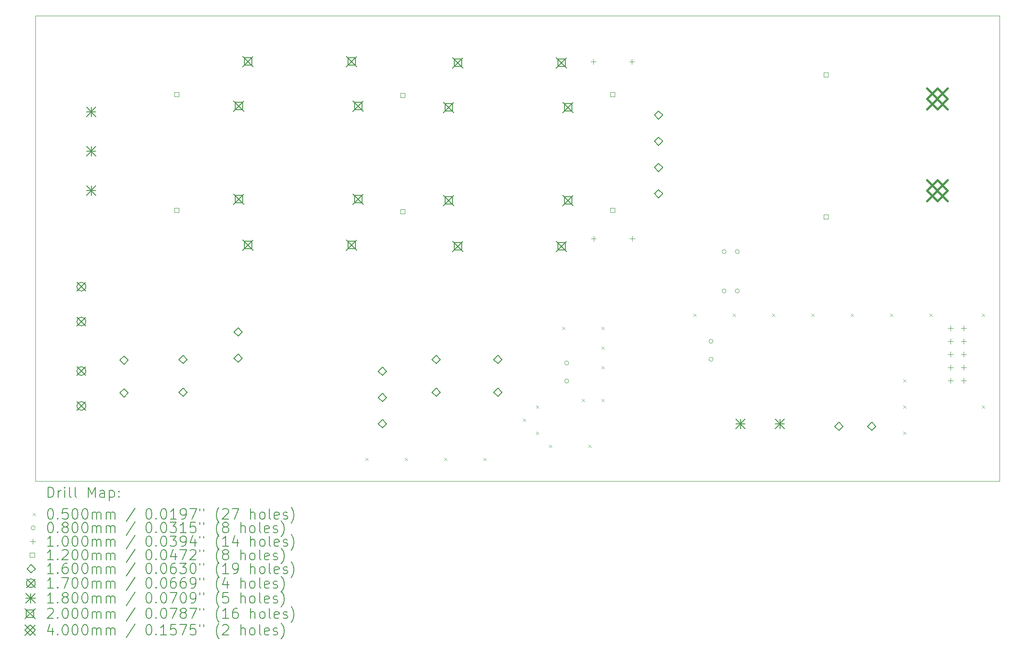
<source format=gbr>
%TF.GenerationSoftware,KiCad,Pcbnew,7.0.2*%
%TF.CreationDate,2023-07-17T11:55:58+02:00*%
%TF.ProjectId,Module_3,4d6f6475-6c65-45f3-932e-6b696361645f,rev?*%
%TF.SameCoordinates,Original*%
%TF.FileFunction,Drillmap*%
%TF.FilePolarity,Positive*%
%FSLAX45Y45*%
G04 Gerber Fmt 4.5, Leading zero omitted, Abs format (unit mm)*
G04 Created by KiCad (PCBNEW 7.0.2) date 2023-07-17 11:55:58*
%MOMM*%
%LPD*%
G01*
G04 APERTURE LIST*
%ADD10C,0.100000*%
%ADD11C,0.200000*%
%ADD12C,0.050000*%
%ADD13C,0.080000*%
%ADD14C,0.120000*%
%ADD15C,0.160000*%
%ADD16C,0.170000*%
%ADD17C,0.180000*%
%ADD18C,0.400000*%
G04 APERTURE END LIST*
D10*
X4762500Y-4612800D02*
X23431500Y-4612800D01*
X23431500Y-13629800D01*
X4762500Y-13629800D01*
X4762500Y-4612800D01*
D11*
D12*
X11151000Y-13183000D02*
X11201000Y-13233000D01*
X11201000Y-13183000D02*
X11151000Y-13233000D01*
X11913000Y-13183000D02*
X11963000Y-13233000D01*
X11963000Y-13183000D02*
X11913000Y-13233000D01*
X12675000Y-13183000D02*
X12725000Y-13233000D01*
X12725000Y-13183000D02*
X12675000Y-13233000D01*
X13437000Y-13183000D02*
X13487000Y-13233000D01*
X13487000Y-13183000D02*
X13437000Y-13233000D01*
X14199000Y-12421000D02*
X14249000Y-12471000D01*
X14249000Y-12421000D02*
X14199000Y-12471000D01*
X14453000Y-12167000D02*
X14503000Y-12217000D01*
X14503000Y-12167000D02*
X14453000Y-12217000D01*
X14453000Y-12675000D02*
X14503000Y-12725000D01*
X14503000Y-12675000D02*
X14453000Y-12725000D01*
X14707000Y-12929000D02*
X14757000Y-12979000D01*
X14757000Y-12929000D02*
X14707000Y-12979000D01*
X14961000Y-10643000D02*
X15011000Y-10693000D01*
X15011000Y-10643000D02*
X14961000Y-10693000D01*
X15342000Y-12040000D02*
X15392000Y-12090000D01*
X15392000Y-12040000D02*
X15342000Y-12090000D01*
X15469000Y-12929000D02*
X15519000Y-12979000D01*
X15519000Y-12929000D02*
X15469000Y-12979000D01*
X15723000Y-10643000D02*
X15773000Y-10693000D01*
X15773000Y-10643000D02*
X15723000Y-10693000D01*
X15723000Y-11024000D02*
X15773000Y-11074000D01*
X15773000Y-11024000D02*
X15723000Y-11074000D01*
X15723000Y-11405000D02*
X15773000Y-11455000D01*
X15773000Y-11405000D02*
X15723000Y-11455000D01*
X15723000Y-12040000D02*
X15773000Y-12090000D01*
X15773000Y-12040000D02*
X15723000Y-12090000D01*
X17501000Y-10389000D02*
X17551000Y-10439000D01*
X17551000Y-10389000D02*
X17501000Y-10439000D01*
X18263000Y-10389000D02*
X18313000Y-10439000D01*
X18313000Y-10389000D02*
X18263000Y-10439000D01*
X19025000Y-10389000D02*
X19075000Y-10439000D01*
X19075000Y-10389000D02*
X19025000Y-10439000D01*
X19787000Y-10389000D02*
X19837000Y-10439000D01*
X19837000Y-10389000D02*
X19787000Y-10439000D01*
X20549000Y-10389000D02*
X20599000Y-10439000D01*
X20599000Y-10389000D02*
X20549000Y-10439000D01*
X21311000Y-10389000D02*
X21361000Y-10439000D01*
X21361000Y-10389000D02*
X21311000Y-10439000D01*
X21565000Y-11659000D02*
X21615000Y-11709000D01*
X21615000Y-11659000D02*
X21565000Y-11709000D01*
X21565000Y-12167000D02*
X21615000Y-12217000D01*
X21615000Y-12167000D02*
X21565000Y-12217000D01*
X21565000Y-12675000D02*
X21615000Y-12725000D01*
X21615000Y-12675000D02*
X21565000Y-12725000D01*
X22073000Y-10389000D02*
X22123000Y-10439000D01*
X22123000Y-10389000D02*
X22073000Y-10439000D01*
X23089000Y-10389000D02*
X23139000Y-10439000D01*
X23139000Y-10389000D02*
X23089000Y-10439000D01*
X23089000Y-12167000D02*
X23139000Y-12217000D01*
X23139000Y-12167000D02*
X23089000Y-12217000D01*
D13*
X15089500Y-11343800D02*
G75*
G03*
X15089500Y-11343800I-40000J0D01*
G01*
X15089500Y-11693800D02*
G75*
G03*
X15089500Y-11693800I-40000J0D01*
G01*
X17883500Y-10922000D02*
G75*
G03*
X17883500Y-10922000I-40000J0D01*
G01*
X17883500Y-11272000D02*
G75*
G03*
X17883500Y-11272000I-40000J0D01*
G01*
X18138000Y-9185800D02*
G75*
G03*
X18138000Y-9185800I-40000J0D01*
G01*
X18138000Y-9947800D02*
G75*
G03*
X18138000Y-9947800I-40000J0D01*
G01*
X18392000Y-9185800D02*
G75*
G03*
X18392000Y-9185800I-40000J0D01*
G01*
X18392000Y-9947800D02*
G75*
G03*
X18392000Y-9947800I-40000J0D01*
G01*
D10*
X15563500Y-5451800D02*
X15563500Y-5551800D01*
X15513500Y-5501800D02*
X15613500Y-5501800D01*
X15569500Y-8880800D02*
X15569500Y-8980800D01*
X15519500Y-8930800D02*
X15619500Y-8930800D01*
X16313500Y-5451800D02*
X16313500Y-5551800D01*
X16263500Y-5501800D02*
X16363500Y-5501800D01*
X16319500Y-8880800D02*
X16319500Y-8980800D01*
X16269500Y-8930800D02*
X16369500Y-8930800D01*
X22479000Y-10618000D02*
X22479000Y-10718000D01*
X22429000Y-10668000D02*
X22529000Y-10668000D01*
X22479000Y-10872000D02*
X22479000Y-10972000D01*
X22429000Y-10922000D02*
X22529000Y-10922000D01*
X22479000Y-11126000D02*
X22479000Y-11226000D01*
X22429000Y-11176000D02*
X22529000Y-11176000D01*
X22479000Y-11380000D02*
X22479000Y-11480000D01*
X22429000Y-11430000D02*
X22529000Y-11430000D01*
X22479000Y-11634000D02*
X22479000Y-11734000D01*
X22429000Y-11684000D02*
X22529000Y-11684000D01*
X22733000Y-10618000D02*
X22733000Y-10718000D01*
X22683000Y-10668000D02*
X22783000Y-10668000D01*
X22733000Y-10872000D02*
X22733000Y-10972000D01*
X22683000Y-10922000D02*
X22783000Y-10922000D01*
X22733000Y-11126000D02*
X22733000Y-11226000D01*
X22683000Y-11176000D02*
X22783000Y-11176000D01*
X22733000Y-11380000D02*
X22733000Y-11480000D01*
X22683000Y-11430000D02*
X22783000Y-11430000D01*
X22733000Y-11634000D02*
X22733000Y-11734000D01*
X22683000Y-11684000D02*
X22783000Y-11684000D01*
D14*
X7535427Y-6179227D02*
X7535427Y-6094373D01*
X7450573Y-6094373D01*
X7450573Y-6179227D01*
X7535427Y-6179227D01*
X7535427Y-8429227D02*
X7535427Y-8344373D01*
X7450573Y-8344373D01*
X7450573Y-8429227D01*
X7535427Y-8429227D01*
X11916927Y-6197227D02*
X11916927Y-6112373D01*
X11832073Y-6112373D01*
X11832073Y-6197227D01*
X11916927Y-6197227D01*
X11916927Y-8447227D02*
X11916927Y-8362373D01*
X11832073Y-8362373D01*
X11832073Y-8447227D01*
X11916927Y-8447227D01*
X15980927Y-6179227D02*
X15980927Y-6094373D01*
X15896073Y-6094373D01*
X15896073Y-6179227D01*
X15980927Y-6179227D01*
X15980927Y-8429227D02*
X15980927Y-8344373D01*
X15896073Y-8344373D01*
X15896073Y-8429227D01*
X15980927Y-8429227D01*
X20108427Y-5798227D02*
X20108427Y-5713373D01*
X20023573Y-5713373D01*
X20023573Y-5798227D01*
X20108427Y-5798227D01*
X20108427Y-8548227D02*
X20108427Y-8463373D01*
X20023573Y-8463373D01*
X20023573Y-8548227D01*
X20108427Y-8548227D01*
D15*
X6477000Y-11370300D02*
X6557000Y-11290300D01*
X6477000Y-11210300D01*
X6397000Y-11290300D01*
X6477000Y-11370300D01*
X6477000Y-12005300D02*
X6557000Y-11925300D01*
X6477000Y-11845300D01*
X6397000Y-11925300D01*
X6477000Y-12005300D01*
X7620000Y-11357600D02*
X7700000Y-11277600D01*
X7620000Y-11197600D01*
X7540000Y-11277600D01*
X7620000Y-11357600D01*
X7620000Y-11992600D02*
X7700000Y-11912600D01*
X7620000Y-11832600D01*
X7540000Y-11912600D01*
X7620000Y-11992600D01*
X8686800Y-10824200D02*
X8766800Y-10744200D01*
X8686800Y-10664200D01*
X8606800Y-10744200D01*
X8686800Y-10824200D01*
X8686800Y-11332200D02*
X8766800Y-11252200D01*
X8686800Y-11172200D01*
X8606800Y-11252200D01*
X8686800Y-11332200D01*
X11480800Y-11586200D02*
X11560800Y-11506200D01*
X11480800Y-11426200D01*
X11400800Y-11506200D01*
X11480800Y-11586200D01*
X11480800Y-12094200D02*
X11560800Y-12014200D01*
X11480800Y-11934200D01*
X11400800Y-12014200D01*
X11480800Y-12094200D01*
X11480800Y-12602200D02*
X11560800Y-12522200D01*
X11480800Y-12442200D01*
X11400800Y-12522200D01*
X11480800Y-12602200D01*
X12522200Y-11357600D02*
X12602200Y-11277600D01*
X12522200Y-11197600D01*
X12442200Y-11277600D01*
X12522200Y-11357600D01*
X12522200Y-11992600D02*
X12602200Y-11912600D01*
X12522200Y-11832600D01*
X12442200Y-11912600D01*
X12522200Y-11992600D01*
X13716000Y-11357600D02*
X13796000Y-11277600D01*
X13716000Y-11197600D01*
X13636000Y-11277600D01*
X13716000Y-11357600D01*
X13716000Y-11992600D02*
X13796000Y-11912600D01*
X13716000Y-11832600D01*
X13636000Y-11912600D01*
X13716000Y-11992600D01*
X16827500Y-6620500D02*
X16907500Y-6540500D01*
X16827500Y-6460500D01*
X16747500Y-6540500D01*
X16827500Y-6620500D01*
X16827500Y-7128500D02*
X16907500Y-7048500D01*
X16827500Y-6968500D01*
X16747500Y-7048500D01*
X16827500Y-7128500D01*
X16827500Y-7636500D02*
X16907500Y-7556500D01*
X16827500Y-7476500D01*
X16747500Y-7556500D01*
X16827500Y-7636500D01*
X16827500Y-8144500D02*
X16907500Y-8064500D01*
X16827500Y-7984500D01*
X16747500Y-8064500D01*
X16827500Y-8144500D01*
X20320000Y-12653000D02*
X20400000Y-12573000D01*
X20320000Y-12493000D01*
X20240000Y-12573000D01*
X20320000Y-12653000D01*
X20955000Y-12653000D02*
X21035000Y-12573000D01*
X20955000Y-12493000D01*
X20875000Y-12573000D01*
X20955000Y-12653000D01*
D16*
X5566500Y-9780000D02*
X5736500Y-9950000D01*
X5736500Y-9780000D02*
X5566500Y-9950000D01*
X5736500Y-9865000D02*
G75*
G03*
X5736500Y-9865000I-85000J0D01*
G01*
X5566500Y-10456000D02*
X5736500Y-10626000D01*
X5736500Y-10456000D02*
X5566500Y-10626000D01*
X5736500Y-10541000D02*
G75*
G03*
X5736500Y-10541000I-85000J0D01*
G01*
X5566500Y-11415000D02*
X5736500Y-11585000D01*
X5736500Y-11415000D02*
X5566500Y-11585000D01*
X5736500Y-11500000D02*
G75*
G03*
X5736500Y-11500000I-85000J0D01*
G01*
X5566500Y-12091000D02*
X5736500Y-12261000D01*
X5736500Y-12091000D02*
X5566500Y-12261000D01*
X5736500Y-12176000D02*
G75*
G03*
X5736500Y-12176000I-85000J0D01*
G01*
D17*
X5752000Y-6387000D02*
X5932000Y-6567000D01*
X5932000Y-6387000D02*
X5752000Y-6567000D01*
X5842000Y-6387000D02*
X5842000Y-6567000D01*
X5752000Y-6477000D02*
X5932000Y-6477000D01*
X5752000Y-7149000D02*
X5932000Y-7329000D01*
X5932000Y-7149000D02*
X5752000Y-7329000D01*
X5842000Y-7149000D02*
X5842000Y-7329000D01*
X5752000Y-7239000D02*
X5932000Y-7239000D01*
X5752000Y-7911000D02*
X5932000Y-8091000D01*
X5932000Y-7911000D02*
X5752000Y-8091000D01*
X5842000Y-7911000D02*
X5842000Y-8091000D01*
X5752000Y-8001000D02*
X5932000Y-8001000D01*
X18325000Y-12432200D02*
X18505000Y-12612200D01*
X18505000Y-12432200D02*
X18325000Y-12612200D01*
X18415000Y-12432200D02*
X18415000Y-12612200D01*
X18325000Y-12522200D02*
X18505000Y-12522200D01*
X19087000Y-12432200D02*
X19267000Y-12612200D01*
X19267000Y-12432200D02*
X19087000Y-12612200D01*
X19177000Y-12432200D02*
X19177000Y-12612200D01*
X19087000Y-12522200D02*
X19267000Y-12522200D01*
D11*
X8599500Y-6265400D02*
X8799500Y-6465400D01*
X8799500Y-6265400D02*
X8599500Y-6465400D01*
X8770211Y-6436111D02*
X8770211Y-6294689D01*
X8628789Y-6294689D01*
X8628789Y-6436111D01*
X8770211Y-6436111D01*
X8599500Y-8068800D02*
X8799500Y-8268800D01*
X8799500Y-8068800D02*
X8599500Y-8268800D01*
X8770211Y-8239511D02*
X8770211Y-8098089D01*
X8628789Y-8098089D01*
X8628789Y-8239511D01*
X8770211Y-8239511D01*
X8777300Y-5401800D02*
X8977300Y-5601800D01*
X8977300Y-5401800D02*
X8777300Y-5601800D01*
X8948011Y-5572511D02*
X8948011Y-5431089D01*
X8806589Y-5431089D01*
X8806589Y-5572511D01*
X8948011Y-5572511D01*
X8777300Y-8957800D02*
X8977300Y-9157800D01*
X8977300Y-8957800D02*
X8777300Y-9157800D01*
X8948011Y-9128511D02*
X8948011Y-8987089D01*
X8806589Y-8987089D01*
X8806589Y-9128511D01*
X8948011Y-9128511D01*
X10783900Y-5401800D02*
X10983900Y-5601800D01*
X10983900Y-5401800D02*
X10783900Y-5601800D01*
X10954611Y-5572511D02*
X10954611Y-5431089D01*
X10813189Y-5431089D01*
X10813189Y-5572511D01*
X10954611Y-5572511D01*
X10783900Y-8957800D02*
X10983900Y-9157800D01*
X10983900Y-8957800D02*
X10783900Y-9157800D01*
X10954611Y-9128511D02*
X10954611Y-8987089D01*
X10813189Y-8987089D01*
X10813189Y-9128511D01*
X10954611Y-9128511D01*
X10910900Y-6265400D02*
X11110900Y-6465400D01*
X11110900Y-6265400D02*
X10910900Y-6465400D01*
X11081611Y-6436111D02*
X11081611Y-6294689D01*
X10940189Y-6294689D01*
X10940189Y-6436111D01*
X11081611Y-6436111D01*
X10910900Y-8068800D02*
X11110900Y-8268800D01*
X11110900Y-8068800D02*
X10910900Y-8268800D01*
X11081611Y-8239511D02*
X11081611Y-8098089D01*
X10940189Y-8098089D01*
X10940189Y-8239511D01*
X11081611Y-8239511D01*
X12663500Y-6290800D02*
X12863500Y-6490800D01*
X12863500Y-6290800D02*
X12663500Y-6490800D01*
X12834211Y-6461511D02*
X12834211Y-6320089D01*
X12692789Y-6320089D01*
X12692789Y-6461511D01*
X12834211Y-6461511D01*
X12663500Y-8094200D02*
X12863500Y-8294200D01*
X12863500Y-8094200D02*
X12663500Y-8294200D01*
X12834211Y-8264911D02*
X12834211Y-8123489D01*
X12692789Y-8123489D01*
X12692789Y-8264911D01*
X12834211Y-8264911D01*
X12841300Y-5427200D02*
X13041300Y-5627200D01*
X13041300Y-5427200D02*
X12841300Y-5627200D01*
X13012011Y-5597911D02*
X13012011Y-5456489D01*
X12870589Y-5456489D01*
X12870589Y-5597911D01*
X13012011Y-5597911D01*
X12841300Y-8983200D02*
X13041300Y-9183200D01*
X13041300Y-8983200D02*
X12841300Y-9183200D01*
X13012011Y-9153911D02*
X13012011Y-9012489D01*
X12870589Y-9012489D01*
X12870589Y-9153911D01*
X13012011Y-9153911D01*
X14847900Y-5427200D02*
X15047900Y-5627200D01*
X15047900Y-5427200D02*
X14847900Y-5627200D01*
X15018611Y-5597911D02*
X15018611Y-5456489D01*
X14877189Y-5456489D01*
X14877189Y-5597911D01*
X15018611Y-5597911D01*
X14847900Y-8983200D02*
X15047900Y-9183200D01*
X15047900Y-8983200D02*
X14847900Y-9183200D01*
X15018611Y-9153911D02*
X15018611Y-9012489D01*
X14877189Y-9012489D01*
X14877189Y-9153911D01*
X15018611Y-9153911D01*
X14974900Y-6290800D02*
X15174900Y-6490800D01*
X15174900Y-6290800D02*
X14974900Y-6490800D01*
X15145611Y-6461511D02*
X15145611Y-6320089D01*
X15004189Y-6320089D01*
X15004189Y-6461511D01*
X15145611Y-6461511D01*
X14974900Y-8094200D02*
X15174900Y-8294200D01*
X15174900Y-8094200D02*
X14974900Y-8294200D01*
X15145611Y-8264911D02*
X15145611Y-8123489D01*
X15004189Y-8123489D01*
X15004189Y-8264911D01*
X15145611Y-8264911D01*
D18*
X22025000Y-6023000D02*
X22425000Y-6423000D01*
X22425000Y-6023000D02*
X22025000Y-6423000D01*
X22225000Y-6423000D02*
X22425000Y-6223000D01*
X22225000Y-6023000D01*
X22025000Y-6223000D01*
X22225000Y-6423000D01*
X22025000Y-7801000D02*
X22425000Y-8201000D01*
X22425000Y-7801000D02*
X22025000Y-8201000D01*
X22225000Y-8201000D02*
X22425000Y-8001000D01*
X22225000Y-7801000D01*
X22025000Y-8001000D01*
X22225000Y-8201000D01*
D11*
X5005119Y-13947324D02*
X5005119Y-13747324D01*
X5005119Y-13747324D02*
X5052738Y-13747324D01*
X5052738Y-13747324D02*
X5081310Y-13756848D01*
X5081310Y-13756848D02*
X5100357Y-13775895D01*
X5100357Y-13775895D02*
X5109881Y-13794943D01*
X5109881Y-13794943D02*
X5119405Y-13833038D01*
X5119405Y-13833038D02*
X5119405Y-13861609D01*
X5119405Y-13861609D02*
X5109881Y-13899705D01*
X5109881Y-13899705D02*
X5100357Y-13918752D01*
X5100357Y-13918752D02*
X5081310Y-13937800D01*
X5081310Y-13937800D02*
X5052738Y-13947324D01*
X5052738Y-13947324D02*
X5005119Y-13947324D01*
X5205119Y-13947324D02*
X5205119Y-13813990D01*
X5205119Y-13852086D02*
X5214643Y-13833038D01*
X5214643Y-13833038D02*
X5224167Y-13823514D01*
X5224167Y-13823514D02*
X5243214Y-13813990D01*
X5243214Y-13813990D02*
X5262262Y-13813990D01*
X5328929Y-13947324D02*
X5328929Y-13813990D01*
X5328929Y-13747324D02*
X5319405Y-13756848D01*
X5319405Y-13756848D02*
X5328929Y-13766371D01*
X5328929Y-13766371D02*
X5338452Y-13756848D01*
X5338452Y-13756848D02*
X5328929Y-13747324D01*
X5328929Y-13747324D02*
X5328929Y-13766371D01*
X5452738Y-13947324D02*
X5433690Y-13937800D01*
X5433690Y-13937800D02*
X5424167Y-13918752D01*
X5424167Y-13918752D02*
X5424167Y-13747324D01*
X5557500Y-13947324D02*
X5538452Y-13937800D01*
X5538452Y-13937800D02*
X5528929Y-13918752D01*
X5528929Y-13918752D02*
X5528929Y-13747324D01*
X5786071Y-13947324D02*
X5786071Y-13747324D01*
X5786071Y-13747324D02*
X5852738Y-13890181D01*
X5852738Y-13890181D02*
X5919405Y-13747324D01*
X5919405Y-13747324D02*
X5919405Y-13947324D01*
X6100357Y-13947324D02*
X6100357Y-13842562D01*
X6100357Y-13842562D02*
X6090833Y-13823514D01*
X6090833Y-13823514D02*
X6071786Y-13813990D01*
X6071786Y-13813990D02*
X6033690Y-13813990D01*
X6033690Y-13813990D02*
X6014643Y-13823514D01*
X6100357Y-13937800D02*
X6081309Y-13947324D01*
X6081309Y-13947324D02*
X6033690Y-13947324D01*
X6033690Y-13947324D02*
X6014643Y-13937800D01*
X6014643Y-13937800D02*
X6005119Y-13918752D01*
X6005119Y-13918752D02*
X6005119Y-13899705D01*
X6005119Y-13899705D02*
X6014643Y-13880657D01*
X6014643Y-13880657D02*
X6033690Y-13871133D01*
X6033690Y-13871133D02*
X6081309Y-13871133D01*
X6081309Y-13871133D02*
X6100357Y-13861609D01*
X6195595Y-13813990D02*
X6195595Y-14013990D01*
X6195595Y-13823514D02*
X6214643Y-13813990D01*
X6214643Y-13813990D02*
X6252738Y-13813990D01*
X6252738Y-13813990D02*
X6271786Y-13823514D01*
X6271786Y-13823514D02*
X6281309Y-13833038D01*
X6281309Y-13833038D02*
X6290833Y-13852086D01*
X6290833Y-13852086D02*
X6290833Y-13909228D01*
X6290833Y-13909228D02*
X6281309Y-13928276D01*
X6281309Y-13928276D02*
X6271786Y-13937800D01*
X6271786Y-13937800D02*
X6252738Y-13947324D01*
X6252738Y-13947324D02*
X6214643Y-13947324D01*
X6214643Y-13947324D02*
X6195595Y-13937800D01*
X6376548Y-13928276D02*
X6386071Y-13937800D01*
X6386071Y-13937800D02*
X6376548Y-13947324D01*
X6376548Y-13947324D02*
X6367024Y-13937800D01*
X6367024Y-13937800D02*
X6376548Y-13928276D01*
X6376548Y-13928276D02*
X6376548Y-13947324D01*
X6376548Y-13823514D02*
X6386071Y-13833038D01*
X6386071Y-13833038D02*
X6376548Y-13842562D01*
X6376548Y-13842562D02*
X6367024Y-13833038D01*
X6367024Y-13833038D02*
X6376548Y-13823514D01*
X6376548Y-13823514D02*
X6376548Y-13842562D01*
D12*
X4707500Y-14249800D02*
X4757500Y-14299800D01*
X4757500Y-14249800D02*
X4707500Y-14299800D01*
D11*
X5043214Y-14167324D02*
X5062262Y-14167324D01*
X5062262Y-14167324D02*
X5081310Y-14176848D01*
X5081310Y-14176848D02*
X5090833Y-14186371D01*
X5090833Y-14186371D02*
X5100357Y-14205419D01*
X5100357Y-14205419D02*
X5109881Y-14243514D01*
X5109881Y-14243514D02*
X5109881Y-14291133D01*
X5109881Y-14291133D02*
X5100357Y-14329228D01*
X5100357Y-14329228D02*
X5090833Y-14348276D01*
X5090833Y-14348276D02*
X5081310Y-14357800D01*
X5081310Y-14357800D02*
X5062262Y-14367324D01*
X5062262Y-14367324D02*
X5043214Y-14367324D01*
X5043214Y-14367324D02*
X5024167Y-14357800D01*
X5024167Y-14357800D02*
X5014643Y-14348276D01*
X5014643Y-14348276D02*
X5005119Y-14329228D01*
X5005119Y-14329228D02*
X4995595Y-14291133D01*
X4995595Y-14291133D02*
X4995595Y-14243514D01*
X4995595Y-14243514D02*
X5005119Y-14205419D01*
X5005119Y-14205419D02*
X5014643Y-14186371D01*
X5014643Y-14186371D02*
X5024167Y-14176848D01*
X5024167Y-14176848D02*
X5043214Y-14167324D01*
X5195595Y-14348276D02*
X5205119Y-14357800D01*
X5205119Y-14357800D02*
X5195595Y-14367324D01*
X5195595Y-14367324D02*
X5186071Y-14357800D01*
X5186071Y-14357800D02*
X5195595Y-14348276D01*
X5195595Y-14348276D02*
X5195595Y-14367324D01*
X5386071Y-14167324D02*
X5290833Y-14167324D01*
X5290833Y-14167324D02*
X5281310Y-14262562D01*
X5281310Y-14262562D02*
X5290833Y-14253038D01*
X5290833Y-14253038D02*
X5309881Y-14243514D01*
X5309881Y-14243514D02*
X5357500Y-14243514D01*
X5357500Y-14243514D02*
X5376548Y-14253038D01*
X5376548Y-14253038D02*
X5386071Y-14262562D01*
X5386071Y-14262562D02*
X5395595Y-14281609D01*
X5395595Y-14281609D02*
X5395595Y-14329228D01*
X5395595Y-14329228D02*
X5386071Y-14348276D01*
X5386071Y-14348276D02*
X5376548Y-14357800D01*
X5376548Y-14357800D02*
X5357500Y-14367324D01*
X5357500Y-14367324D02*
X5309881Y-14367324D01*
X5309881Y-14367324D02*
X5290833Y-14357800D01*
X5290833Y-14357800D02*
X5281310Y-14348276D01*
X5519405Y-14167324D02*
X5538452Y-14167324D01*
X5538452Y-14167324D02*
X5557500Y-14176848D01*
X5557500Y-14176848D02*
X5567024Y-14186371D01*
X5567024Y-14186371D02*
X5576548Y-14205419D01*
X5576548Y-14205419D02*
X5586071Y-14243514D01*
X5586071Y-14243514D02*
X5586071Y-14291133D01*
X5586071Y-14291133D02*
X5576548Y-14329228D01*
X5576548Y-14329228D02*
X5567024Y-14348276D01*
X5567024Y-14348276D02*
X5557500Y-14357800D01*
X5557500Y-14357800D02*
X5538452Y-14367324D01*
X5538452Y-14367324D02*
X5519405Y-14367324D01*
X5519405Y-14367324D02*
X5500357Y-14357800D01*
X5500357Y-14357800D02*
X5490833Y-14348276D01*
X5490833Y-14348276D02*
X5481310Y-14329228D01*
X5481310Y-14329228D02*
X5471786Y-14291133D01*
X5471786Y-14291133D02*
X5471786Y-14243514D01*
X5471786Y-14243514D02*
X5481310Y-14205419D01*
X5481310Y-14205419D02*
X5490833Y-14186371D01*
X5490833Y-14186371D02*
X5500357Y-14176848D01*
X5500357Y-14176848D02*
X5519405Y-14167324D01*
X5709881Y-14167324D02*
X5728929Y-14167324D01*
X5728929Y-14167324D02*
X5747976Y-14176848D01*
X5747976Y-14176848D02*
X5757500Y-14186371D01*
X5757500Y-14186371D02*
X5767024Y-14205419D01*
X5767024Y-14205419D02*
X5776548Y-14243514D01*
X5776548Y-14243514D02*
X5776548Y-14291133D01*
X5776548Y-14291133D02*
X5767024Y-14329228D01*
X5767024Y-14329228D02*
X5757500Y-14348276D01*
X5757500Y-14348276D02*
X5747976Y-14357800D01*
X5747976Y-14357800D02*
X5728929Y-14367324D01*
X5728929Y-14367324D02*
X5709881Y-14367324D01*
X5709881Y-14367324D02*
X5690833Y-14357800D01*
X5690833Y-14357800D02*
X5681309Y-14348276D01*
X5681309Y-14348276D02*
X5671786Y-14329228D01*
X5671786Y-14329228D02*
X5662262Y-14291133D01*
X5662262Y-14291133D02*
X5662262Y-14243514D01*
X5662262Y-14243514D02*
X5671786Y-14205419D01*
X5671786Y-14205419D02*
X5681309Y-14186371D01*
X5681309Y-14186371D02*
X5690833Y-14176848D01*
X5690833Y-14176848D02*
X5709881Y-14167324D01*
X5862262Y-14367324D02*
X5862262Y-14233990D01*
X5862262Y-14253038D02*
X5871786Y-14243514D01*
X5871786Y-14243514D02*
X5890833Y-14233990D01*
X5890833Y-14233990D02*
X5919405Y-14233990D01*
X5919405Y-14233990D02*
X5938452Y-14243514D01*
X5938452Y-14243514D02*
X5947976Y-14262562D01*
X5947976Y-14262562D02*
X5947976Y-14367324D01*
X5947976Y-14262562D02*
X5957500Y-14243514D01*
X5957500Y-14243514D02*
X5976548Y-14233990D01*
X5976548Y-14233990D02*
X6005119Y-14233990D01*
X6005119Y-14233990D02*
X6024167Y-14243514D01*
X6024167Y-14243514D02*
X6033690Y-14262562D01*
X6033690Y-14262562D02*
X6033690Y-14367324D01*
X6128929Y-14367324D02*
X6128929Y-14233990D01*
X6128929Y-14253038D02*
X6138452Y-14243514D01*
X6138452Y-14243514D02*
X6157500Y-14233990D01*
X6157500Y-14233990D02*
X6186071Y-14233990D01*
X6186071Y-14233990D02*
X6205119Y-14243514D01*
X6205119Y-14243514D02*
X6214643Y-14262562D01*
X6214643Y-14262562D02*
X6214643Y-14367324D01*
X6214643Y-14262562D02*
X6224167Y-14243514D01*
X6224167Y-14243514D02*
X6243214Y-14233990D01*
X6243214Y-14233990D02*
X6271786Y-14233990D01*
X6271786Y-14233990D02*
X6290833Y-14243514D01*
X6290833Y-14243514D02*
X6300357Y-14262562D01*
X6300357Y-14262562D02*
X6300357Y-14367324D01*
X6690833Y-14157800D02*
X6519405Y-14414943D01*
X6947976Y-14167324D02*
X6967024Y-14167324D01*
X6967024Y-14167324D02*
X6986072Y-14176848D01*
X6986072Y-14176848D02*
X6995595Y-14186371D01*
X6995595Y-14186371D02*
X7005119Y-14205419D01*
X7005119Y-14205419D02*
X7014643Y-14243514D01*
X7014643Y-14243514D02*
X7014643Y-14291133D01*
X7014643Y-14291133D02*
X7005119Y-14329228D01*
X7005119Y-14329228D02*
X6995595Y-14348276D01*
X6995595Y-14348276D02*
X6986072Y-14357800D01*
X6986072Y-14357800D02*
X6967024Y-14367324D01*
X6967024Y-14367324D02*
X6947976Y-14367324D01*
X6947976Y-14367324D02*
X6928929Y-14357800D01*
X6928929Y-14357800D02*
X6919405Y-14348276D01*
X6919405Y-14348276D02*
X6909881Y-14329228D01*
X6909881Y-14329228D02*
X6900357Y-14291133D01*
X6900357Y-14291133D02*
X6900357Y-14243514D01*
X6900357Y-14243514D02*
X6909881Y-14205419D01*
X6909881Y-14205419D02*
X6919405Y-14186371D01*
X6919405Y-14186371D02*
X6928929Y-14176848D01*
X6928929Y-14176848D02*
X6947976Y-14167324D01*
X7100357Y-14348276D02*
X7109881Y-14357800D01*
X7109881Y-14357800D02*
X7100357Y-14367324D01*
X7100357Y-14367324D02*
X7090833Y-14357800D01*
X7090833Y-14357800D02*
X7100357Y-14348276D01*
X7100357Y-14348276D02*
X7100357Y-14367324D01*
X7233691Y-14167324D02*
X7252738Y-14167324D01*
X7252738Y-14167324D02*
X7271786Y-14176848D01*
X7271786Y-14176848D02*
X7281310Y-14186371D01*
X7281310Y-14186371D02*
X7290833Y-14205419D01*
X7290833Y-14205419D02*
X7300357Y-14243514D01*
X7300357Y-14243514D02*
X7300357Y-14291133D01*
X7300357Y-14291133D02*
X7290833Y-14329228D01*
X7290833Y-14329228D02*
X7281310Y-14348276D01*
X7281310Y-14348276D02*
X7271786Y-14357800D01*
X7271786Y-14357800D02*
X7252738Y-14367324D01*
X7252738Y-14367324D02*
X7233691Y-14367324D01*
X7233691Y-14367324D02*
X7214643Y-14357800D01*
X7214643Y-14357800D02*
X7205119Y-14348276D01*
X7205119Y-14348276D02*
X7195595Y-14329228D01*
X7195595Y-14329228D02*
X7186072Y-14291133D01*
X7186072Y-14291133D02*
X7186072Y-14243514D01*
X7186072Y-14243514D02*
X7195595Y-14205419D01*
X7195595Y-14205419D02*
X7205119Y-14186371D01*
X7205119Y-14186371D02*
X7214643Y-14176848D01*
X7214643Y-14176848D02*
X7233691Y-14167324D01*
X7490833Y-14367324D02*
X7376548Y-14367324D01*
X7433691Y-14367324D02*
X7433691Y-14167324D01*
X7433691Y-14167324D02*
X7414643Y-14195895D01*
X7414643Y-14195895D02*
X7395595Y-14214943D01*
X7395595Y-14214943D02*
X7376548Y-14224467D01*
X7586072Y-14367324D02*
X7624167Y-14367324D01*
X7624167Y-14367324D02*
X7643214Y-14357800D01*
X7643214Y-14357800D02*
X7652738Y-14348276D01*
X7652738Y-14348276D02*
X7671786Y-14319705D01*
X7671786Y-14319705D02*
X7681310Y-14281609D01*
X7681310Y-14281609D02*
X7681310Y-14205419D01*
X7681310Y-14205419D02*
X7671786Y-14186371D01*
X7671786Y-14186371D02*
X7662262Y-14176848D01*
X7662262Y-14176848D02*
X7643214Y-14167324D01*
X7643214Y-14167324D02*
X7605119Y-14167324D01*
X7605119Y-14167324D02*
X7586072Y-14176848D01*
X7586072Y-14176848D02*
X7576548Y-14186371D01*
X7576548Y-14186371D02*
X7567024Y-14205419D01*
X7567024Y-14205419D02*
X7567024Y-14253038D01*
X7567024Y-14253038D02*
X7576548Y-14272086D01*
X7576548Y-14272086D02*
X7586072Y-14281609D01*
X7586072Y-14281609D02*
X7605119Y-14291133D01*
X7605119Y-14291133D02*
X7643214Y-14291133D01*
X7643214Y-14291133D02*
X7662262Y-14281609D01*
X7662262Y-14281609D02*
X7671786Y-14272086D01*
X7671786Y-14272086D02*
X7681310Y-14253038D01*
X7747976Y-14167324D02*
X7881310Y-14167324D01*
X7881310Y-14167324D02*
X7795595Y-14367324D01*
X7947976Y-14167324D02*
X7947976Y-14205419D01*
X8024167Y-14167324D02*
X8024167Y-14205419D01*
X8319405Y-14443514D02*
X8309881Y-14433990D01*
X8309881Y-14433990D02*
X8290834Y-14405419D01*
X8290834Y-14405419D02*
X8281310Y-14386371D01*
X8281310Y-14386371D02*
X8271786Y-14357800D01*
X8271786Y-14357800D02*
X8262262Y-14310181D01*
X8262262Y-14310181D02*
X8262262Y-14272086D01*
X8262262Y-14272086D02*
X8271786Y-14224467D01*
X8271786Y-14224467D02*
X8281310Y-14195895D01*
X8281310Y-14195895D02*
X8290834Y-14176848D01*
X8290834Y-14176848D02*
X8309881Y-14148276D01*
X8309881Y-14148276D02*
X8319405Y-14138752D01*
X8386072Y-14186371D02*
X8395596Y-14176848D01*
X8395596Y-14176848D02*
X8414643Y-14167324D01*
X8414643Y-14167324D02*
X8462262Y-14167324D01*
X8462262Y-14167324D02*
X8481310Y-14176848D01*
X8481310Y-14176848D02*
X8490834Y-14186371D01*
X8490834Y-14186371D02*
X8500357Y-14205419D01*
X8500357Y-14205419D02*
X8500357Y-14224467D01*
X8500357Y-14224467D02*
X8490834Y-14253038D01*
X8490834Y-14253038D02*
X8376548Y-14367324D01*
X8376548Y-14367324D02*
X8500357Y-14367324D01*
X8567024Y-14167324D02*
X8700357Y-14167324D01*
X8700357Y-14167324D02*
X8614643Y-14367324D01*
X8928929Y-14367324D02*
X8928929Y-14167324D01*
X9014643Y-14367324D02*
X9014643Y-14262562D01*
X9014643Y-14262562D02*
X9005119Y-14243514D01*
X9005119Y-14243514D02*
X8986072Y-14233990D01*
X8986072Y-14233990D02*
X8957500Y-14233990D01*
X8957500Y-14233990D02*
X8938453Y-14243514D01*
X8938453Y-14243514D02*
X8928929Y-14253038D01*
X9138453Y-14367324D02*
X9119405Y-14357800D01*
X9119405Y-14357800D02*
X9109881Y-14348276D01*
X9109881Y-14348276D02*
X9100358Y-14329228D01*
X9100358Y-14329228D02*
X9100358Y-14272086D01*
X9100358Y-14272086D02*
X9109881Y-14253038D01*
X9109881Y-14253038D02*
X9119405Y-14243514D01*
X9119405Y-14243514D02*
X9138453Y-14233990D01*
X9138453Y-14233990D02*
X9167024Y-14233990D01*
X9167024Y-14233990D02*
X9186072Y-14243514D01*
X9186072Y-14243514D02*
X9195596Y-14253038D01*
X9195596Y-14253038D02*
X9205119Y-14272086D01*
X9205119Y-14272086D02*
X9205119Y-14329228D01*
X9205119Y-14329228D02*
X9195596Y-14348276D01*
X9195596Y-14348276D02*
X9186072Y-14357800D01*
X9186072Y-14357800D02*
X9167024Y-14367324D01*
X9167024Y-14367324D02*
X9138453Y-14367324D01*
X9319405Y-14367324D02*
X9300358Y-14357800D01*
X9300358Y-14357800D02*
X9290834Y-14338752D01*
X9290834Y-14338752D02*
X9290834Y-14167324D01*
X9471786Y-14357800D02*
X9452739Y-14367324D01*
X9452739Y-14367324D02*
X9414643Y-14367324D01*
X9414643Y-14367324D02*
X9395596Y-14357800D01*
X9395596Y-14357800D02*
X9386072Y-14338752D01*
X9386072Y-14338752D02*
X9386072Y-14262562D01*
X9386072Y-14262562D02*
X9395596Y-14243514D01*
X9395596Y-14243514D02*
X9414643Y-14233990D01*
X9414643Y-14233990D02*
X9452739Y-14233990D01*
X9452739Y-14233990D02*
X9471786Y-14243514D01*
X9471786Y-14243514D02*
X9481310Y-14262562D01*
X9481310Y-14262562D02*
X9481310Y-14281609D01*
X9481310Y-14281609D02*
X9386072Y-14300657D01*
X9557500Y-14357800D02*
X9576548Y-14367324D01*
X9576548Y-14367324D02*
X9614643Y-14367324D01*
X9614643Y-14367324D02*
X9633691Y-14357800D01*
X9633691Y-14357800D02*
X9643215Y-14338752D01*
X9643215Y-14338752D02*
X9643215Y-14329228D01*
X9643215Y-14329228D02*
X9633691Y-14310181D01*
X9633691Y-14310181D02*
X9614643Y-14300657D01*
X9614643Y-14300657D02*
X9586072Y-14300657D01*
X9586072Y-14300657D02*
X9567024Y-14291133D01*
X9567024Y-14291133D02*
X9557500Y-14272086D01*
X9557500Y-14272086D02*
X9557500Y-14262562D01*
X9557500Y-14262562D02*
X9567024Y-14243514D01*
X9567024Y-14243514D02*
X9586072Y-14233990D01*
X9586072Y-14233990D02*
X9614643Y-14233990D01*
X9614643Y-14233990D02*
X9633691Y-14243514D01*
X9709881Y-14443514D02*
X9719405Y-14433990D01*
X9719405Y-14433990D02*
X9738453Y-14405419D01*
X9738453Y-14405419D02*
X9747977Y-14386371D01*
X9747977Y-14386371D02*
X9757500Y-14357800D01*
X9757500Y-14357800D02*
X9767024Y-14310181D01*
X9767024Y-14310181D02*
X9767024Y-14272086D01*
X9767024Y-14272086D02*
X9757500Y-14224467D01*
X9757500Y-14224467D02*
X9747977Y-14195895D01*
X9747977Y-14195895D02*
X9738453Y-14176848D01*
X9738453Y-14176848D02*
X9719405Y-14148276D01*
X9719405Y-14148276D02*
X9709881Y-14138752D01*
D13*
X4757500Y-14538800D02*
G75*
G03*
X4757500Y-14538800I-40000J0D01*
G01*
D11*
X5043214Y-14431324D02*
X5062262Y-14431324D01*
X5062262Y-14431324D02*
X5081310Y-14440848D01*
X5081310Y-14440848D02*
X5090833Y-14450371D01*
X5090833Y-14450371D02*
X5100357Y-14469419D01*
X5100357Y-14469419D02*
X5109881Y-14507514D01*
X5109881Y-14507514D02*
X5109881Y-14555133D01*
X5109881Y-14555133D02*
X5100357Y-14593228D01*
X5100357Y-14593228D02*
X5090833Y-14612276D01*
X5090833Y-14612276D02*
X5081310Y-14621800D01*
X5081310Y-14621800D02*
X5062262Y-14631324D01*
X5062262Y-14631324D02*
X5043214Y-14631324D01*
X5043214Y-14631324D02*
X5024167Y-14621800D01*
X5024167Y-14621800D02*
X5014643Y-14612276D01*
X5014643Y-14612276D02*
X5005119Y-14593228D01*
X5005119Y-14593228D02*
X4995595Y-14555133D01*
X4995595Y-14555133D02*
X4995595Y-14507514D01*
X4995595Y-14507514D02*
X5005119Y-14469419D01*
X5005119Y-14469419D02*
X5014643Y-14450371D01*
X5014643Y-14450371D02*
X5024167Y-14440848D01*
X5024167Y-14440848D02*
X5043214Y-14431324D01*
X5195595Y-14612276D02*
X5205119Y-14621800D01*
X5205119Y-14621800D02*
X5195595Y-14631324D01*
X5195595Y-14631324D02*
X5186071Y-14621800D01*
X5186071Y-14621800D02*
X5195595Y-14612276D01*
X5195595Y-14612276D02*
X5195595Y-14631324D01*
X5319405Y-14517038D02*
X5300357Y-14507514D01*
X5300357Y-14507514D02*
X5290833Y-14497990D01*
X5290833Y-14497990D02*
X5281310Y-14478943D01*
X5281310Y-14478943D02*
X5281310Y-14469419D01*
X5281310Y-14469419D02*
X5290833Y-14450371D01*
X5290833Y-14450371D02*
X5300357Y-14440848D01*
X5300357Y-14440848D02*
X5319405Y-14431324D01*
X5319405Y-14431324D02*
X5357500Y-14431324D01*
X5357500Y-14431324D02*
X5376548Y-14440848D01*
X5376548Y-14440848D02*
X5386071Y-14450371D01*
X5386071Y-14450371D02*
X5395595Y-14469419D01*
X5395595Y-14469419D02*
X5395595Y-14478943D01*
X5395595Y-14478943D02*
X5386071Y-14497990D01*
X5386071Y-14497990D02*
X5376548Y-14507514D01*
X5376548Y-14507514D02*
X5357500Y-14517038D01*
X5357500Y-14517038D02*
X5319405Y-14517038D01*
X5319405Y-14517038D02*
X5300357Y-14526562D01*
X5300357Y-14526562D02*
X5290833Y-14536086D01*
X5290833Y-14536086D02*
X5281310Y-14555133D01*
X5281310Y-14555133D02*
X5281310Y-14593228D01*
X5281310Y-14593228D02*
X5290833Y-14612276D01*
X5290833Y-14612276D02*
X5300357Y-14621800D01*
X5300357Y-14621800D02*
X5319405Y-14631324D01*
X5319405Y-14631324D02*
X5357500Y-14631324D01*
X5357500Y-14631324D02*
X5376548Y-14621800D01*
X5376548Y-14621800D02*
X5386071Y-14612276D01*
X5386071Y-14612276D02*
X5395595Y-14593228D01*
X5395595Y-14593228D02*
X5395595Y-14555133D01*
X5395595Y-14555133D02*
X5386071Y-14536086D01*
X5386071Y-14536086D02*
X5376548Y-14526562D01*
X5376548Y-14526562D02*
X5357500Y-14517038D01*
X5519405Y-14431324D02*
X5538452Y-14431324D01*
X5538452Y-14431324D02*
X5557500Y-14440848D01*
X5557500Y-14440848D02*
X5567024Y-14450371D01*
X5567024Y-14450371D02*
X5576548Y-14469419D01*
X5576548Y-14469419D02*
X5586071Y-14507514D01*
X5586071Y-14507514D02*
X5586071Y-14555133D01*
X5586071Y-14555133D02*
X5576548Y-14593228D01*
X5576548Y-14593228D02*
X5567024Y-14612276D01*
X5567024Y-14612276D02*
X5557500Y-14621800D01*
X5557500Y-14621800D02*
X5538452Y-14631324D01*
X5538452Y-14631324D02*
X5519405Y-14631324D01*
X5519405Y-14631324D02*
X5500357Y-14621800D01*
X5500357Y-14621800D02*
X5490833Y-14612276D01*
X5490833Y-14612276D02*
X5481310Y-14593228D01*
X5481310Y-14593228D02*
X5471786Y-14555133D01*
X5471786Y-14555133D02*
X5471786Y-14507514D01*
X5471786Y-14507514D02*
X5481310Y-14469419D01*
X5481310Y-14469419D02*
X5490833Y-14450371D01*
X5490833Y-14450371D02*
X5500357Y-14440848D01*
X5500357Y-14440848D02*
X5519405Y-14431324D01*
X5709881Y-14431324D02*
X5728929Y-14431324D01*
X5728929Y-14431324D02*
X5747976Y-14440848D01*
X5747976Y-14440848D02*
X5757500Y-14450371D01*
X5757500Y-14450371D02*
X5767024Y-14469419D01*
X5767024Y-14469419D02*
X5776548Y-14507514D01*
X5776548Y-14507514D02*
X5776548Y-14555133D01*
X5776548Y-14555133D02*
X5767024Y-14593228D01*
X5767024Y-14593228D02*
X5757500Y-14612276D01*
X5757500Y-14612276D02*
X5747976Y-14621800D01*
X5747976Y-14621800D02*
X5728929Y-14631324D01*
X5728929Y-14631324D02*
X5709881Y-14631324D01*
X5709881Y-14631324D02*
X5690833Y-14621800D01*
X5690833Y-14621800D02*
X5681309Y-14612276D01*
X5681309Y-14612276D02*
X5671786Y-14593228D01*
X5671786Y-14593228D02*
X5662262Y-14555133D01*
X5662262Y-14555133D02*
X5662262Y-14507514D01*
X5662262Y-14507514D02*
X5671786Y-14469419D01*
X5671786Y-14469419D02*
X5681309Y-14450371D01*
X5681309Y-14450371D02*
X5690833Y-14440848D01*
X5690833Y-14440848D02*
X5709881Y-14431324D01*
X5862262Y-14631324D02*
X5862262Y-14497990D01*
X5862262Y-14517038D02*
X5871786Y-14507514D01*
X5871786Y-14507514D02*
X5890833Y-14497990D01*
X5890833Y-14497990D02*
X5919405Y-14497990D01*
X5919405Y-14497990D02*
X5938452Y-14507514D01*
X5938452Y-14507514D02*
X5947976Y-14526562D01*
X5947976Y-14526562D02*
X5947976Y-14631324D01*
X5947976Y-14526562D02*
X5957500Y-14507514D01*
X5957500Y-14507514D02*
X5976548Y-14497990D01*
X5976548Y-14497990D02*
X6005119Y-14497990D01*
X6005119Y-14497990D02*
X6024167Y-14507514D01*
X6024167Y-14507514D02*
X6033690Y-14526562D01*
X6033690Y-14526562D02*
X6033690Y-14631324D01*
X6128929Y-14631324D02*
X6128929Y-14497990D01*
X6128929Y-14517038D02*
X6138452Y-14507514D01*
X6138452Y-14507514D02*
X6157500Y-14497990D01*
X6157500Y-14497990D02*
X6186071Y-14497990D01*
X6186071Y-14497990D02*
X6205119Y-14507514D01*
X6205119Y-14507514D02*
X6214643Y-14526562D01*
X6214643Y-14526562D02*
X6214643Y-14631324D01*
X6214643Y-14526562D02*
X6224167Y-14507514D01*
X6224167Y-14507514D02*
X6243214Y-14497990D01*
X6243214Y-14497990D02*
X6271786Y-14497990D01*
X6271786Y-14497990D02*
X6290833Y-14507514D01*
X6290833Y-14507514D02*
X6300357Y-14526562D01*
X6300357Y-14526562D02*
X6300357Y-14631324D01*
X6690833Y-14421800D02*
X6519405Y-14678943D01*
X6947976Y-14431324D02*
X6967024Y-14431324D01*
X6967024Y-14431324D02*
X6986072Y-14440848D01*
X6986072Y-14440848D02*
X6995595Y-14450371D01*
X6995595Y-14450371D02*
X7005119Y-14469419D01*
X7005119Y-14469419D02*
X7014643Y-14507514D01*
X7014643Y-14507514D02*
X7014643Y-14555133D01*
X7014643Y-14555133D02*
X7005119Y-14593228D01*
X7005119Y-14593228D02*
X6995595Y-14612276D01*
X6995595Y-14612276D02*
X6986072Y-14621800D01*
X6986072Y-14621800D02*
X6967024Y-14631324D01*
X6967024Y-14631324D02*
X6947976Y-14631324D01*
X6947976Y-14631324D02*
X6928929Y-14621800D01*
X6928929Y-14621800D02*
X6919405Y-14612276D01*
X6919405Y-14612276D02*
X6909881Y-14593228D01*
X6909881Y-14593228D02*
X6900357Y-14555133D01*
X6900357Y-14555133D02*
X6900357Y-14507514D01*
X6900357Y-14507514D02*
X6909881Y-14469419D01*
X6909881Y-14469419D02*
X6919405Y-14450371D01*
X6919405Y-14450371D02*
X6928929Y-14440848D01*
X6928929Y-14440848D02*
X6947976Y-14431324D01*
X7100357Y-14612276D02*
X7109881Y-14621800D01*
X7109881Y-14621800D02*
X7100357Y-14631324D01*
X7100357Y-14631324D02*
X7090833Y-14621800D01*
X7090833Y-14621800D02*
X7100357Y-14612276D01*
X7100357Y-14612276D02*
X7100357Y-14631324D01*
X7233691Y-14431324D02*
X7252738Y-14431324D01*
X7252738Y-14431324D02*
X7271786Y-14440848D01*
X7271786Y-14440848D02*
X7281310Y-14450371D01*
X7281310Y-14450371D02*
X7290833Y-14469419D01*
X7290833Y-14469419D02*
X7300357Y-14507514D01*
X7300357Y-14507514D02*
X7300357Y-14555133D01*
X7300357Y-14555133D02*
X7290833Y-14593228D01*
X7290833Y-14593228D02*
X7281310Y-14612276D01*
X7281310Y-14612276D02*
X7271786Y-14621800D01*
X7271786Y-14621800D02*
X7252738Y-14631324D01*
X7252738Y-14631324D02*
X7233691Y-14631324D01*
X7233691Y-14631324D02*
X7214643Y-14621800D01*
X7214643Y-14621800D02*
X7205119Y-14612276D01*
X7205119Y-14612276D02*
X7195595Y-14593228D01*
X7195595Y-14593228D02*
X7186072Y-14555133D01*
X7186072Y-14555133D02*
X7186072Y-14507514D01*
X7186072Y-14507514D02*
X7195595Y-14469419D01*
X7195595Y-14469419D02*
X7205119Y-14450371D01*
X7205119Y-14450371D02*
X7214643Y-14440848D01*
X7214643Y-14440848D02*
X7233691Y-14431324D01*
X7367024Y-14431324D02*
X7490833Y-14431324D01*
X7490833Y-14431324D02*
X7424167Y-14507514D01*
X7424167Y-14507514D02*
X7452738Y-14507514D01*
X7452738Y-14507514D02*
X7471786Y-14517038D01*
X7471786Y-14517038D02*
X7481310Y-14526562D01*
X7481310Y-14526562D02*
X7490833Y-14545609D01*
X7490833Y-14545609D02*
X7490833Y-14593228D01*
X7490833Y-14593228D02*
X7481310Y-14612276D01*
X7481310Y-14612276D02*
X7471786Y-14621800D01*
X7471786Y-14621800D02*
X7452738Y-14631324D01*
X7452738Y-14631324D02*
X7395595Y-14631324D01*
X7395595Y-14631324D02*
X7376548Y-14621800D01*
X7376548Y-14621800D02*
X7367024Y-14612276D01*
X7681310Y-14631324D02*
X7567024Y-14631324D01*
X7624167Y-14631324D02*
X7624167Y-14431324D01*
X7624167Y-14431324D02*
X7605119Y-14459895D01*
X7605119Y-14459895D02*
X7586072Y-14478943D01*
X7586072Y-14478943D02*
X7567024Y-14488467D01*
X7862262Y-14431324D02*
X7767024Y-14431324D01*
X7767024Y-14431324D02*
X7757500Y-14526562D01*
X7757500Y-14526562D02*
X7767024Y-14517038D01*
X7767024Y-14517038D02*
X7786072Y-14507514D01*
X7786072Y-14507514D02*
X7833691Y-14507514D01*
X7833691Y-14507514D02*
X7852738Y-14517038D01*
X7852738Y-14517038D02*
X7862262Y-14526562D01*
X7862262Y-14526562D02*
X7871786Y-14545609D01*
X7871786Y-14545609D02*
X7871786Y-14593228D01*
X7871786Y-14593228D02*
X7862262Y-14612276D01*
X7862262Y-14612276D02*
X7852738Y-14621800D01*
X7852738Y-14621800D02*
X7833691Y-14631324D01*
X7833691Y-14631324D02*
X7786072Y-14631324D01*
X7786072Y-14631324D02*
X7767024Y-14621800D01*
X7767024Y-14621800D02*
X7757500Y-14612276D01*
X7947976Y-14431324D02*
X7947976Y-14469419D01*
X8024167Y-14431324D02*
X8024167Y-14469419D01*
X8319405Y-14707514D02*
X8309881Y-14697990D01*
X8309881Y-14697990D02*
X8290834Y-14669419D01*
X8290834Y-14669419D02*
X8281310Y-14650371D01*
X8281310Y-14650371D02*
X8271786Y-14621800D01*
X8271786Y-14621800D02*
X8262262Y-14574181D01*
X8262262Y-14574181D02*
X8262262Y-14536086D01*
X8262262Y-14536086D02*
X8271786Y-14488467D01*
X8271786Y-14488467D02*
X8281310Y-14459895D01*
X8281310Y-14459895D02*
X8290834Y-14440848D01*
X8290834Y-14440848D02*
X8309881Y-14412276D01*
X8309881Y-14412276D02*
X8319405Y-14402752D01*
X8424167Y-14517038D02*
X8405119Y-14507514D01*
X8405119Y-14507514D02*
X8395596Y-14497990D01*
X8395596Y-14497990D02*
X8386072Y-14478943D01*
X8386072Y-14478943D02*
X8386072Y-14469419D01*
X8386072Y-14469419D02*
X8395596Y-14450371D01*
X8395596Y-14450371D02*
X8405119Y-14440848D01*
X8405119Y-14440848D02*
X8424167Y-14431324D01*
X8424167Y-14431324D02*
X8462262Y-14431324D01*
X8462262Y-14431324D02*
X8481310Y-14440848D01*
X8481310Y-14440848D02*
X8490834Y-14450371D01*
X8490834Y-14450371D02*
X8500357Y-14469419D01*
X8500357Y-14469419D02*
X8500357Y-14478943D01*
X8500357Y-14478943D02*
X8490834Y-14497990D01*
X8490834Y-14497990D02*
X8481310Y-14507514D01*
X8481310Y-14507514D02*
X8462262Y-14517038D01*
X8462262Y-14517038D02*
X8424167Y-14517038D01*
X8424167Y-14517038D02*
X8405119Y-14526562D01*
X8405119Y-14526562D02*
X8395596Y-14536086D01*
X8395596Y-14536086D02*
X8386072Y-14555133D01*
X8386072Y-14555133D02*
X8386072Y-14593228D01*
X8386072Y-14593228D02*
X8395596Y-14612276D01*
X8395596Y-14612276D02*
X8405119Y-14621800D01*
X8405119Y-14621800D02*
X8424167Y-14631324D01*
X8424167Y-14631324D02*
X8462262Y-14631324D01*
X8462262Y-14631324D02*
X8481310Y-14621800D01*
X8481310Y-14621800D02*
X8490834Y-14612276D01*
X8490834Y-14612276D02*
X8500357Y-14593228D01*
X8500357Y-14593228D02*
X8500357Y-14555133D01*
X8500357Y-14555133D02*
X8490834Y-14536086D01*
X8490834Y-14536086D02*
X8481310Y-14526562D01*
X8481310Y-14526562D02*
X8462262Y-14517038D01*
X8738453Y-14631324D02*
X8738453Y-14431324D01*
X8824167Y-14631324D02*
X8824167Y-14526562D01*
X8824167Y-14526562D02*
X8814643Y-14507514D01*
X8814643Y-14507514D02*
X8795596Y-14497990D01*
X8795596Y-14497990D02*
X8767024Y-14497990D01*
X8767024Y-14497990D02*
X8747977Y-14507514D01*
X8747977Y-14507514D02*
X8738453Y-14517038D01*
X8947977Y-14631324D02*
X8928929Y-14621800D01*
X8928929Y-14621800D02*
X8919405Y-14612276D01*
X8919405Y-14612276D02*
X8909881Y-14593228D01*
X8909881Y-14593228D02*
X8909881Y-14536086D01*
X8909881Y-14536086D02*
X8919405Y-14517038D01*
X8919405Y-14517038D02*
X8928929Y-14507514D01*
X8928929Y-14507514D02*
X8947977Y-14497990D01*
X8947977Y-14497990D02*
X8976548Y-14497990D01*
X8976548Y-14497990D02*
X8995596Y-14507514D01*
X8995596Y-14507514D02*
X9005119Y-14517038D01*
X9005119Y-14517038D02*
X9014643Y-14536086D01*
X9014643Y-14536086D02*
X9014643Y-14593228D01*
X9014643Y-14593228D02*
X9005119Y-14612276D01*
X9005119Y-14612276D02*
X8995596Y-14621800D01*
X8995596Y-14621800D02*
X8976548Y-14631324D01*
X8976548Y-14631324D02*
X8947977Y-14631324D01*
X9128929Y-14631324D02*
X9109881Y-14621800D01*
X9109881Y-14621800D02*
X9100358Y-14602752D01*
X9100358Y-14602752D02*
X9100358Y-14431324D01*
X9281310Y-14621800D02*
X9262262Y-14631324D01*
X9262262Y-14631324D02*
X9224167Y-14631324D01*
X9224167Y-14631324D02*
X9205119Y-14621800D01*
X9205119Y-14621800D02*
X9195596Y-14602752D01*
X9195596Y-14602752D02*
X9195596Y-14526562D01*
X9195596Y-14526562D02*
X9205119Y-14507514D01*
X9205119Y-14507514D02*
X9224167Y-14497990D01*
X9224167Y-14497990D02*
X9262262Y-14497990D01*
X9262262Y-14497990D02*
X9281310Y-14507514D01*
X9281310Y-14507514D02*
X9290834Y-14526562D01*
X9290834Y-14526562D02*
X9290834Y-14545609D01*
X9290834Y-14545609D02*
X9195596Y-14564657D01*
X9367024Y-14621800D02*
X9386072Y-14631324D01*
X9386072Y-14631324D02*
X9424167Y-14631324D01*
X9424167Y-14631324D02*
X9443215Y-14621800D01*
X9443215Y-14621800D02*
X9452739Y-14602752D01*
X9452739Y-14602752D02*
X9452739Y-14593228D01*
X9452739Y-14593228D02*
X9443215Y-14574181D01*
X9443215Y-14574181D02*
X9424167Y-14564657D01*
X9424167Y-14564657D02*
X9395596Y-14564657D01*
X9395596Y-14564657D02*
X9376548Y-14555133D01*
X9376548Y-14555133D02*
X9367024Y-14536086D01*
X9367024Y-14536086D02*
X9367024Y-14526562D01*
X9367024Y-14526562D02*
X9376548Y-14507514D01*
X9376548Y-14507514D02*
X9395596Y-14497990D01*
X9395596Y-14497990D02*
X9424167Y-14497990D01*
X9424167Y-14497990D02*
X9443215Y-14507514D01*
X9519405Y-14707514D02*
X9528929Y-14697990D01*
X9528929Y-14697990D02*
X9547977Y-14669419D01*
X9547977Y-14669419D02*
X9557500Y-14650371D01*
X9557500Y-14650371D02*
X9567024Y-14621800D01*
X9567024Y-14621800D02*
X9576548Y-14574181D01*
X9576548Y-14574181D02*
X9576548Y-14536086D01*
X9576548Y-14536086D02*
X9567024Y-14488467D01*
X9567024Y-14488467D02*
X9557500Y-14459895D01*
X9557500Y-14459895D02*
X9547977Y-14440848D01*
X9547977Y-14440848D02*
X9528929Y-14412276D01*
X9528929Y-14412276D02*
X9519405Y-14402752D01*
D10*
X4707500Y-14752800D02*
X4707500Y-14852800D01*
X4657500Y-14802800D02*
X4757500Y-14802800D01*
D11*
X5109881Y-14895324D02*
X4995595Y-14895324D01*
X5052738Y-14895324D02*
X5052738Y-14695324D01*
X5052738Y-14695324D02*
X5033690Y-14723895D01*
X5033690Y-14723895D02*
X5014643Y-14742943D01*
X5014643Y-14742943D02*
X4995595Y-14752467D01*
X5195595Y-14876276D02*
X5205119Y-14885800D01*
X5205119Y-14885800D02*
X5195595Y-14895324D01*
X5195595Y-14895324D02*
X5186071Y-14885800D01*
X5186071Y-14885800D02*
X5195595Y-14876276D01*
X5195595Y-14876276D02*
X5195595Y-14895324D01*
X5328929Y-14695324D02*
X5347976Y-14695324D01*
X5347976Y-14695324D02*
X5367024Y-14704848D01*
X5367024Y-14704848D02*
X5376548Y-14714371D01*
X5376548Y-14714371D02*
X5386071Y-14733419D01*
X5386071Y-14733419D02*
X5395595Y-14771514D01*
X5395595Y-14771514D02*
X5395595Y-14819133D01*
X5395595Y-14819133D02*
X5386071Y-14857228D01*
X5386071Y-14857228D02*
X5376548Y-14876276D01*
X5376548Y-14876276D02*
X5367024Y-14885800D01*
X5367024Y-14885800D02*
X5347976Y-14895324D01*
X5347976Y-14895324D02*
X5328929Y-14895324D01*
X5328929Y-14895324D02*
X5309881Y-14885800D01*
X5309881Y-14885800D02*
X5300357Y-14876276D01*
X5300357Y-14876276D02*
X5290833Y-14857228D01*
X5290833Y-14857228D02*
X5281310Y-14819133D01*
X5281310Y-14819133D02*
X5281310Y-14771514D01*
X5281310Y-14771514D02*
X5290833Y-14733419D01*
X5290833Y-14733419D02*
X5300357Y-14714371D01*
X5300357Y-14714371D02*
X5309881Y-14704848D01*
X5309881Y-14704848D02*
X5328929Y-14695324D01*
X5519405Y-14695324D02*
X5538452Y-14695324D01*
X5538452Y-14695324D02*
X5557500Y-14704848D01*
X5557500Y-14704848D02*
X5567024Y-14714371D01*
X5567024Y-14714371D02*
X5576548Y-14733419D01*
X5576548Y-14733419D02*
X5586071Y-14771514D01*
X5586071Y-14771514D02*
X5586071Y-14819133D01*
X5586071Y-14819133D02*
X5576548Y-14857228D01*
X5576548Y-14857228D02*
X5567024Y-14876276D01*
X5567024Y-14876276D02*
X5557500Y-14885800D01*
X5557500Y-14885800D02*
X5538452Y-14895324D01*
X5538452Y-14895324D02*
X5519405Y-14895324D01*
X5519405Y-14895324D02*
X5500357Y-14885800D01*
X5500357Y-14885800D02*
X5490833Y-14876276D01*
X5490833Y-14876276D02*
X5481310Y-14857228D01*
X5481310Y-14857228D02*
X5471786Y-14819133D01*
X5471786Y-14819133D02*
X5471786Y-14771514D01*
X5471786Y-14771514D02*
X5481310Y-14733419D01*
X5481310Y-14733419D02*
X5490833Y-14714371D01*
X5490833Y-14714371D02*
X5500357Y-14704848D01*
X5500357Y-14704848D02*
X5519405Y-14695324D01*
X5709881Y-14695324D02*
X5728929Y-14695324D01*
X5728929Y-14695324D02*
X5747976Y-14704848D01*
X5747976Y-14704848D02*
X5757500Y-14714371D01*
X5757500Y-14714371D02*
X5767024Y-14733419D01*
X5767024Y-14733419D02*
X5776548Y-14771514D01*
X5776548Y-14771514D02*
X5776548Y-14819133D01*
X5776548Y-14819133D02*
X5767024Y-14857228D01*
X5767024Y-14857228D02*
X5757500Y-14876276D01*
X5757500Y-14876276D02*
X5747976Y-14885800D01*
X5747976Y-14885800D02*
X5728929Y-14895324D01*
X5728929Y-14895324D02*
X5709881Y-14895324D01*
X5709881Y-14895324D02*
X5690833Y-14885800D01*
X5690833Y-14885800D02*
X5681309Y-14876276D01*
X5681309Y-14876276D02*
X5671786Y-14857228D01*
X5671786Y-14857228D02*
X5662262Y-14819133D01*
X5662262Y-14819133D02*
X5662262Y-14771514D01*
X5662262Y-14771514D02*
X5671786Y-14733419D01*
X5671786Y-14733419D02*
X5681309Y-14714371D01*
X5681309Y-14714371D02*
X5690833Y-14704848D01*
X5690833Y-14704848D02*
X5709881Y-14695324D01*
X5862262Y-14895324D02*
X5862262Y-14761990D01*
X5862262Y-14781038D02*
X5871786Y-14771514D01*
X5871786Y-14771514D02*
X5890833Y-14761990D01*
X5890833Y-14761990D02*
X5919405Y-14761990D01*
X5919405Y-14761990D02*
X5938452Y-14771514D01*
X5938452Y-14771514D02*
X5947976Y-14790562D01*
X5947976Y-14790562D02*
X5947976Y-14895324D01*
X5947976Y-14790562D02*
X5957500Y-14771514D01*
X5957500Y-14771514D02*
X5976548Y-14761990D01*
X5976548Y-14761990D02*
X6005119Y-14761990D01*
X6005119Y-14761990D02*
X6024167Y-14771514D01*
X6024167Y-14771514D02*
X6033690Y-14790562D01*
X6033690Y-14790562D02*
X6033690Y-14895324D01*
X6128929Y-14895324D02*
X6128929Y-14761990D01*
X6128929Y-14781038D02*
X6138452Y-14771514D01*
X6138452Y-14771514D02*
X6157500Y-14761990D01*
X6157500Y-14761990D02*
X6186071Y-14761990D01*
X6186071Y-14761990D02*
X6205119Y-14771514D01*
X6205119Y-14771514D02*
X6214643Y-14790562D01*
X6214643Y-14790562D02*
X6214643Y-14895324D01*
X6214643Y-14790562D02*
X6224167Y-14771514D01*
X6224167Y-14771514D02*
X6243214Y-14761990D01*
X6243214Y-14761990D02*
X6271786Y-14761990D01*
X6271786Y-14761990D02*
X6290833Y-14771514D01*
X6290833Y-14771514D02*
X6300357Y-14790562D01*
X6300357Y-14790562D02*
X6300357Y-14895324D01*
X6690833Y-14685800D02*
X6519405Y-14942943D01*
X6947976Y-14695324D02*
X6967024Y-14695324D01*
X6967024Y-14695324D02*
X6986072Y-14704848D01*
X6986072Y-14704848D02*
X6995595Y-14714371D01*
X6995595Y-14714371D02*
X7005119Y-14733419D01*
X7005119Y-14733419D02*
X7014643Y-14771514D01*
X7014643Y-14771514D02*
X7014643Y-14819133D01*
X7014643Y-14819133D02*
X7005119Y-14857228D01*
X7005119Y-14857228D02*
X6995595Y-14876276D01*
X6995595Y-14876276D02*
X6986072Y-14885800D01*
X6986072Y-14885800D02*
X6967024Y-14895324D01*
X6967024Y-14895324D02*
X6947976Y-14895324D01*
X6947976Y-14895324D02*
X6928929Y-14885800D01*
X6928929Y-14885800D02*
X6919405Y-14876276D01*
X6919405Y-14876276D02*
X6909881Y-14857228D01*
X6909881Y-14857228D02*
X6900357Y-14819133D01*
X6900357Y-14819133D02*
X6900357Y-14771514D01*
X6900357Y-14771514D02*
X6909881Y-14733419D01*
X6909881Y-14733419D02*
X6919405Y-14714371D01*
X6919405Y-14714371D02*
X6928929Y-14704848D01*
X6928929Y-14704848D02*
X6947976Y-14695324D01*
X7100357Y-14876276D02*
X7109881Y-14885800D01*
X7109881Y-14885800D02*
X7100357Y-14895324D01*
X7100357Y-14895324D02*
X7090833Y-14885800D01*
X7090833Y-14885800D02*
X7100357Y-14876276D01*
X7100357Y-14876276D02*
X7100357Y-14895324D01*
X7233691Y-14695324D02*
X7252738Y-14695324D01*
X7252738Y-14695324D02*
X7271786Y-14704848D01*
X7271786Y-14704848D02*
X7281310Y-14714371D01*
X7281310Y-14714371D02*
X7290833Y-14733419D01*
X7290833Y-14733419D02*
X7300357Y-14771514D01*
X7300357Y-14771514D02*
X7300357Y-14819133D01*
X7300357Y-14819133D02*
X7290833Y-14857228D01*
X7290833Y-14857228D02*
X7281310Y-14876276D01*
X7281310Y-14876276D02*
X7271786Y-14885800D01*
X7271786Y-14885800D02*
X7252738Y-14895324D01*
X7252738Y-14895324D02*
X7233691Y-14895324D01*
X7233691Y-14895324D02*
X7214643Y-14885800D01*
X7214643Y-14885800D02*
X7205119Y-14876276D01*
X7205119Y-14876276D02*
X7195595Y-14857228D01*
X7195595Y-14857228D02*
X7186072Y-14819133D01*
X7186072Y-14819133D02*
X7186072Y-14771514D01*
X7186072Y-14771514D02*
X7195595Y-14733419D01*
X7195595Y-14733419D02*
X7205119Y-14714371D01*
X7205119Y-14714371D02*
X7214643Y-14704848D01*
X7214643Y-14704848D02*
X7233691Y-14695324D01*
X7367024Y-14695324D02*
X7490833Y-14695324D01*
X7490833Y-14695324D02*
X7424167Y-14771514D01*
X7424167Y-14771514D02*
X7452738Y-14771514D01*
X7452738Y-14771514D02*
X7471786Y-14781038D01*
X7471786Y-14781038D02*
X7481310Y-14790562D01*
X7481310Y-14790562D02*
X7490833Y-14809609D01*
X7490833Y-14809609D02*
X7490833Y-14857228D01*
X7490833Y-14857228D02*
X7481310Y-14876276D01*
X7481310Y-14876276D02*
X7471786Y-14885800D01*
X7471786Y-14885800D02*
X7452738Y-14895324D01*
X7452738Y-14895324D02*
X7395595Y-14895324D01*
X7395595Y-14895324D02*
X7376548Y-14885800D01*
X7376548Y-14885800D02*
X7367024Y-14876276D01*
X7586072Y-14895324D02*
X7624167Y-14895324D01*
X7624167Y-14895324D02*
X7643214Y-14885800D01*
X7643214Y-14885800D02*
X7652738Y-14876276D01*
X7652738Y-14876276D02*
X7671786Y-14847705D01*
X7671786Y-14847705D02*
X7681310Y-14809609D01*
X7681310Y-14809609D02*
X7681310Y-14733419D01*
X7681310Y-14733419D02*
X7671786Y-14714371D01*
X7671786Y-14714371D02*
X7662262Y-14704848D01*
X7662262Y-14704848D02*
X7643214Y-14695324D01*
X7643214Y-14695324D02*
X7605119Y-14695324D01*
X7605119Y-14695324D02*
X7586072Y-14704848D01*
X7586072Y-14704848D02*
X7576548Y-14714371D01*
X7576548Y-14714371D02*
X7567024Y-14733419D01*
X7567024Y-14733419D02*
X7567024Y-14781038D01*
X7567024Y-14781038D02*
X7576548Y-14800086D01*
X7576548Y-14800086D02*
X7586072Y-14809609D01*
X7586072Y-14809609D02*
X7605119Y-14819133D01*
X7605119Y-14819133D02*
X7643214Y-14819133D01*
X7643214Y-14819133D02*
X7662262Y-14809609D01*
X7662262Y-14809609D02*
X7671786Y-14800086D01*
X7671786Y-14800086D02*
X7681310Y-14781038D01*
X7852738Y-14761990D02*
X7852738Y-14895324D01*
X7805119Y-14685800D02*
X7757500Y-14828657D01*
X7757500Y-14828657D02*
X7881310Y-14828657D01*
X7947976Y-14695324D02*
X7947976Y-14733419D01*
X8024167Y-14695324D02*
X8024167Y-14733419D01*
X8319405Y-14971514D02*
X8309881Y-14961990D01*
X8309881Y-14961990D02*
X8290834Y-14933419D01*
X8290834Y-14933419D02*
X8281310Y-14914371D01*
X8281310Y-14914371D02*
X8271786Y-14885800D01*
X8271786Y-14885800D02*
X8262262Y-14838181D01*
X8262262Y-14838181D02*
X8262262Y-14800086D01*
X8262262Y-14800086D02*
X8271786Y-14752467D01*
X8271786Y-14752467D02*
X8281310Y-14723895D01*
X8281310Y-14723895D02*
X8290834Y-14704848D01*
X8290834Y-14704848D02*
X8309881Y-14676276D01*
X8309881Y-14676276D02*
X8319405Y-14666752D01*
X8500357Y-14895324D02*
X8386072Y-14895324D01*
X8443215Y-14895324D02*
X8443215Y-14695324D01*
X8443215Y-14695324D02*
X8424167Y-14723895D01*
X8424167Y-14723895D02*
X8405119Y-14742943D01*
X8405119Y-14742943D02*
X8386072Y-14752467D01*
X8671786Y-14761990D02*
X8671786Y-14895324D01*
X8624167Y-14685800D02*
X8576548Y-14828657D01*
X8576548Y-14828657D02*
X8700357Y-14828657D01*
X8928929Y-14895324D02*
X8928929Y-14695324D01*
X9014643Y-14895324D02*
X9014643Y-14790562D01*
X9014643Y-14790562D02*
X9005119Y-14771514D01*
X9005119Y-14771514D02*
X8986072Y-14761990D01*
X8986072Y-14761990D02*
X8957500Y-14761990D01*
X8957500Y-14761990D02*
X8938453Y-14771514D01*
X8938453Y-14771514D02*
X8928929Y-14781038D01*
X9138453Y-14895324D02*
X9119405Y-14885800D01*
X9119405Y-14885800D02*
X9109881Y-14876276D01*
X9109881Y-14876276D02*
X9100358Y-14857228D01*
X9100358Y-14857228D02*
X9100358Y-14800086D01*
X9100358Y-14800086D02*
X9109881Y-14781038D01*
X9109881Y-14781038D02*
X9119405Y-14771514D01*
X9119405Y-14771514D02*
X9138453Y-14761990D01*
X9138453Y-14761990D02*
X9167024Y-14761990D01*
X9167024Y-14761990D02*
X9186072Y-14771514D01*
X9186072Y-14771514D02*
X9195596Y-14781038D01*
X9195596Y-14781038D02*
X9205119Y-14800086D01*
X9205119Y-14800086D02*
X9205119Y-14857228D01*
X9205119Y-14857228D02*
X9195596Y-14876276D01*
X9195596Y-14876276D02*
X9186072Y-14885800D01*
X9186072Y-14885800D02*
X9167024Y-14895324D01*
X9167024Y-14895324D02*
X9138453Y-14895324D01*
X9319405Y-14895324D02*
X9300358Y-14885800D01*
X9300358Y-14885800D02*
X9290834Y-14866752D01*
X9290834Y-14866752D02*
X9290834Y-14695324D01*
X9471786Y-14885800D02*
X9452739Y-14895324D01*
X9452739Y-14895324D02*
X9414643Y-14895324D01*
X9414643Y-14895324D02*
X9395596Y-14885800D01*
X9395596Y-14885800D02*
X9386072Y-14866752D01*
X9386072Y-14866752D02*
X9386072Y-14790562D01*
X9386072Y-14790562D02*
X9395596Y-14771514D01*
X9395596Y-14771514D02*
X9414643Y-14761990D01*
X9414643Y-14761990D02*
X9452739Y-14761990D01*
X9452739Y-14761990D02*
X9471786Y-14771514D01*
X9471786Y-14771514D02*
X9481310Y-14790562D01*
X9481310Y-14790562D02*
X9481310Y-14809609D01*
X9481310Y-14809609D02*
X9386072Y-14828657D01*
X9557500Y-14885800D02*
X9576548Y-14895324D01*
X9576548Y-14895324D02*
X9614643Y-14895324D01*
X9614643Y-14895324D02*
X9633691Y-14885800D01*
X9633691Y-14885800D02*
X9643215Y-14866752D01*
X9643215Y-14866752D02*
X9643215Y-14857228D01*
X9643215Y-14857228D02*
X9633691Y-14838181D01*
X9633691Y-14838181D02*
X9614643Y-14828657D01*
X9614643Y-14828657D02*
X9586072Y-14828657D01*
X9586072Y-14828657D02*
X9567024Y-14819133D01*
X9567024Y-14819133D02*
X9557500Y-14800086D01*
X9557500Y-14800086D02*
X9557500Y-14790562D01*
X9557500Y-14790562D02*
X9567024Y-14771514D01*
X9567024Y-14771514D02*
X9586072Y-14761990D01*
X9586072Y-14761990D02*
X9614643Y-14761990D01*
X9614643Y-14761990D02*
X9633691Y-14771514D01*
X9709881Y-14971514D02*
X9719405Y-14961990D01*
X9719405Y-14961990D02*
X9738453Y-14933419D01*
X9738453Y-14933419D02*
X9747977Y-14914371D01*
X9747977Y-14914371D02*
X9757500Y-14885800D01*
X9757500Y-14885800D02*
X9767024Y-14838181D01*
X9767024Y-14838181D02*
X9767024Y-14800086D01*
X9767024Y-14800086D02*
X9757500Y-14752467D01*
X9757500Y-14752467D02*
X9747977Y-14723895D01*
X9747977Y-14723895D02*
X9738453Y-14704848D01*
X9738453Y-14704848D02*
X9719405Y-14676276D01*
X9719405Y-14676276D02*
X9709881Y-14666752D01*
D14*
X4739927Y-15109227D02*
X4739927Y-15024373D01*
X4655073Y-15024373D01*
X4655073Y-15109227D01*
X4739927Y-15109227D01*
D11*
X5109881Y-15159324D02*
X4995595Y-15159324D01*
X5052738Y-15159324D02*
X5052738Y-14959324D01*
X5052738Y-14959324D02*
X5033690Y-14987895D01*
X5033690Y-14987895D02*
X5014643Y-15006943D01*
X5014643Y-15006943D02*
X4995595Y-15016467D01*
X5195595Y-15140276D02*
X5205119Y-15149800D01*
X5205119Y-15149800D02*
X5195595Y-15159324D01*
X5195595Y-15159324D02*
X5186071Y-15149800D01*
X5186071Y-15149800D02*
X5195595Y-15140276D01*
X5195595Y-15140276D02*
X5195595Y-15159324D01*
X5281310Y-14978371D02*
X5290833Y-14968848D01*
X5290833Y-14968848D02*
X5309881Y-14959324D01*
X5309881Y-14959324D02*
X5357500Y-14959324D01*
X5357500Y-14959324D02*
X5376548Y-14968848D01*
X5376548Y-14968848D02*
X5386071Y-14978371D01*
X5386071Y-14978371D02*
X5395595Y-14997419D01*
X5395595Y-14997419D02*
X5395595Y-15016467D01*
X5395595Y-15016467D02*
X5386071Y-15045038D01*
X5386071Y-15045038D02*
X5271786Y-15159324D01*
X5271786Y-15159324D02*
X5395595Y-15159324D01*
X5519405Y-14959324D02*
X5538452Y-14959324D01*
X5538452Y-14959324D02*
X5557500Y-14968848D01*
X5557500Y-14968848D02*
X5567024Y-14978371D01*
X5567024Y-14978371D02*
X5576548Y-14997419D01*
X5576548Y-14997419D02*
X5586071Y-15035514D01*
X5586071Y-15035514D02*
X5586071Y-15083133D01*
X5586071Y-15083133D02*
X5576548Y-15121228D01*
X5576548Y-15121228D02*
X5567024Y-15140276D01*
X5567024Y-15140276D02*
X5557500Y-15149800D01*
X5557500Y-15149800D02*
X5538452Y-15159324D01*
X5538452Y-15159324D02*
X5519405Y-15159324D01*
X5519405Y-15159324D02*
X5500357Y-15149800D01*
X5500357Y-15149800D02*
X5490833Y-15140276D01*
X5490833Y-15140276D02*
X5481310Y-15121228D01*
X5481310Y-15121228D02*
X5471786Y-15083133D01*
X5471786Y-15083133D02*
X5471786Y-15035514D01*
X5471786Y-15035514D02*
X5481310Y-14997419D01*
X5481310Y-14997419D02*
X5490833Y-14978371D01*
X5490833Y-14978371D02*
X5500357Y-14968848D01*
X5500357Y-14968848D02*
X5519405Y-14959324D01*
X5709881Y-14959324D02*
X5728929Y-14959324D01*
X5728929Y-14959324D02*
X5747976Y-14968848D01*
X5747976Y-14968848D02*
X5757500Y-14978371D01*
X5757500Y-14978371D02*
X5767024Y-14997419D01*
X5767024Y-14997419D02*
X5776548Y-15035514D01*
X5776548Y-15035514D02*
X5776548Y-15083133D01*
X5776548Y-15083133D02*
X5767024Y-15121228D01*
X5767024Y-15121228D02*
X5757500Y-15140276D01*
X5757500Y-15140276D02*
X5747976Y-15149800D01*
X5747976Y-15149800D02*
X5728929Y-15159324D01*
X5728929Y-15159324D02*
X5709881Y-15159324D01*
X5709881Y-15159324D02*
X5690833Y-15149800D01*
X5690833Y-15149800D02*
X5681309Y-15140276D01*
X5681309Y-15140276D02*
X5671786Y-15121228D01*
X5671786Y-15121228D02*
X5662262Y-15083133D01*
X5662262Y-15083133D02*
X5662262Y-15035514D01*
X5662262Y-15035514D02*
X5671786Y-14997419D01*
X5671786Y-14997419D02*
X5681309Y-14978371D01*
X5681309Y-14978371D02*
X5690833Y-14968848D01*
X5690833Y-14968848D02*
X5709881Y-14959324D01*
X5862262Y-15159324D02*
X5862262Y-15025990D01*
X5862262Y-15045038D02*
X5871786Y-15035514D01*
X5871786Y-15035514D02*
X5890833Y-15025990D01*
X5890833Y-15025990D02*
X5919405Y-15025990D01*
X5919405Y-15025990D02*
X5938452Y-15035514D01*
X5938452Y-15035514D02*
X5947976Y-15054562D01*
X5947976Y-15054562D02*
X5947976Y-15159324D01*
X5947976Y-15054562D02*
X5957500Y-15035514D01*
X5957500Y-15035514D02*
X5976548Y-15025990D01*
X5976548Y-15025990D02*
X6005119Y-15025990D01*
X6005119Y-15025990D02*
X6024167Y-15035514D01*
X6024167Y-15035514D02*
X6033690Y-15054562D01*
X6033690Y-15054562D02*
X6033690Y-15159324D01*
X6128929Y-15159324D02*
X6128929Y-15025990D01*
X6128929Y-15045038D02*
X6138452Y-15035514D01*
X6138452Y-15035514D02*
X6157500Y-15025990D01*
X6157500Y-15025990D02*
X6186071Y-15025990D01*
X6186071Y-15025990D02*
X6205119Y-15035514D01*
X6205119Y-15035514D02*
X6214643Y-15054562D01*
X6214643Y-15054562D02*
X6214643Y-15159324D01*
X6214643Y-15054562D02*
X6224167Y-15035514D01*
X6224167Y-15035514D02*
X6243214Y-15025990D01*
X6243214Y-15025990D02*
X6271786Y-15025990D01*
X6271786Y-15025990D02*
X6290833Y-15035514D01*
X6290833Y-15035514D02*
X6300357Y-15054562D01*
X6300357Y-15054562D02*
X6300357Y-15159324D01*
X6690833Y-14949800D02*
X6519405Y-15206943D01*
X6947976Y-14959324D02*
X6967024Y-14959324D01*
X6967024Y-14959324D02*
X6986072Y-14968848D01*
X6986072Y-14968848D02*
X6995595Y-14978371D01*
X6995595Y-14978371D02*
X7005119Y-14997419D01*
X7005119Y-14997419D02*
X7014643Y-15035514D01*
X7014643Y-15035514D02*
X7014643Y-15083133D01*
X7014643Y-15083133D02*
X7005119Y-15121228D01*
X7005119Y-15121228D02*
X6995595Y-15140276D01*
X6995595Y-15140276D02*
X6986072Y-15149800D01*
X6986072Y-15149800D02*
X6967024Y-15159324D01*
X6967024Y-15159324D02*
X6947976Y-15159324D01*
X6947976Y-15159324D02*
X6928929Y-15149800D01*
X6928929Y-15149800D02*
X6919405Y-15140276D01*
X6919405Y-15140276D02*
X6909881Y-15121228D01*
X6909881Y-15121228D02*
X6900357Y-15083133D01*
X6900357Y-15083133D02*
X6900357Y-15035514D01*
X6900357Y-15035514D02*
X6909881Y-14997419D01*
X6909881Y-14997419D02*
X6919405Y-14978371D01*
X6919405Y-14978371D02*
X6928929Y-14968848D01*
X6928929Y-14968848D02*
X6947976Y-14959324D01*
X7100357Y-15140276D02*
X7109881Y-15149800D01*
X7109881Y-15149800D02*
X7100357Y-15159324D01*
X7100357Y-15159324D02*
X7090833Y-15149800D01*
X7090833Y-15149800D02*
X7100357Y-15140276D01*
X7100357Y-15140276D02*
X7100357Y-15159324D01*
X7233691Y-14959324D02*
X7252738Y-14959324D01*
X7252738Y-14959324D02*
X7271786Y-14968848D01*
X7271786Y-14968848D02*
X7281310Y-14978371D01*
X7281310Y-14978371D02*
X7290833Y-14997419D01*
X7290833Y-14997419D02*
X7300357Y-15035514D01*
X7300357Y-15035514D02*
X7300357Y-15083133D01*
X7300357Y-15083133D02*
X7290833Y-15121228D01*
X7290833Y-15121228D02*
X7281310Y-15140276D01*
X7281310Y-15140276D02*
X7271786Y-15149800D01*
X7271786Y-15149800D02*
X7252738Y-15159324D01*
X7252738Y-15159324D02*
X7233691Y-15159324D01*
X7233691Y-15159324D02*
X7214643Y-15149800D01*
X7214643Y-15149800D02*
X7205119Y-15140276D01*
X7205119Y-15140276D02*
X7195595Y-15121228D01*
X7195595Y-15121228D02*
X7186072Y-15083133D01*
X7186072Y-15083133D02*
X7186072Y-15035514D01*
X7186072Y-15035514D02*
X7195595Y-14997419D01*
X7195595Y-14997419D02*
X7205119Y-14978371D01*
X7205119Y-14978371D02*
X7214643Y-14968848D01*
X7214643Y-14968848D02*
X7233691Y-14959324D01*
X7471786Y-15025990D02*
X7471786Y-15159324D01*
X7424167Y-14949800D02*
X7376548Y-15092657D01*
X7376548Y-15092657D02*
X7500357Y-15092657D01*
X7557500Y-14959324D02*
X7690833Y-14959324D01*
X7690833Y-14959324D02*
X7605119Y-15159324D01*
X7757500Y-14978371D02*
X7767024Y-14968848D01*
X7767024Y-14968848D02*
X7786072Y-14959324D01*
X7786072Y-14959324D02*
X7833691Y-14959324D01*
X7833691Y-14959324D02*
X7852738Y-14968848D01*
X7852738Y-14968848D02*
X7862262Y-14978371D01*
X7862262Y-14978371D02*
X7871786Y-14997419D01*
X7871786Y-14997419D02*
X7871786Y-15016467D01*
X7871786Y-15016467D02*
X7862262Y-15045038D01*
X7862262Y-15045038D02*
X7747976Y-15159324D01*
X7747976Y-15159324D02*
X7871786Y-15159324D01*
X7947976Y-14959324D02*
X7947976Y-14997419D01*
X8024167Y-14959324D02*
X8024167Y-14997419D01*
X8319405Y-15235514D02*
X8309881Y-15225990D01*
X8309881Y-15225990D02*
X8290834Y-15197419D01*
X8290834Y-15197419D02*
X8281310Y-15178371D01*
X8281310Y-15178371D02*
X8271786Y-15149800D01*
X8271786Y-15149800D02*
X8262262Y-15102181D01*
X8262262Y-15102181D02*
X8262262Y-15064086D01*
X8262262Y-15064086D02*
X8271786Y-15016467D01*
X8271786Y-15016467D02*
X8281310Y-14987895D01*
X8281310Y-14987895D02*
X8290834Y-14968848D01*
X8290834Y-14968848D02*
X8309881Y-14940276D01*
X8309881Y-14940276D02*
X8319405Y-14930752D01*
X8424167Y-15045038D02*
X8405119Y-15035514D01*
X8405119Y-15035514D02*
X8395596Y-15025990D01*
X8395596Y-15025990D02*
X8386072Y-15006943D01*
X8386072Y-15006943D02*
X8386072Y-14997419D01*
X8386072Y-14997419D02*
X8395596Y-14978371D01*
X8395596Y-14978371D02*
X8405119Y-14968848D01*
X8405119Y-14968848D02*
X8424167Y-14959324D01*
X8424167Y-14959324D02*
X8462262Y-14959324D01*
X8462262Y-14959324D02*
X8481310Y-14968848D01*
X8481310Y-14968848D02*
X8490834Y-14978371D01*
X8490834Y-14978371D02*
X8500357Y-14997419D01*
X8500357Y-14997419D02*
X8500357Y-15006943D01*
X8500357Y-15006943D02*
X8490834Y-15025990D01*
X8490834Y-15025990D02*
X8481310Y-15035514D01*
X8481310Y-15035514D02*
X8462262Y-15045038D01*
X8462262Y-15045038D02*
X8424167Y-15045038D01*
X8424167Y-15045038D02*
X8405119Y-15054562D01*
X8405119Y-15054562D02*
X8395596Y-15064086D01*
X8395596Y-15064086D02*
X8386072Y-15083133D01*
X8386072Y-15083133D02*
X8386072Y-15121228D01*
X8386072Y-15121228D02*
X8395596Y-15140276D01*
X8395596Y-15140276D02*
X8405119Y-15149800D01*
X8405119Y-15149800D02*
X8424167Y-15159324D01*
X8424167Y-15159324D02*
X8462262Y-15159324D01*
X8462262Y-15159324D02*
X8481310Y-15149800D01*
X8481310Y-15149800D02*
X8490834Y-15140276D01*
X8490834Y-15140276D02*
X8500357Y-15121228D01*
X8500357Y-15121228D02*
X8500357Y-15083133D01*
X8500357Y-15083133D02*
X8490834Y-15064086D01*
X8490834Y-15064086D02*
X8481310Y-15054562D01*
X8481310Y-15054562D02*
X8462262Y-15045038D01*
X8738453Y-15159324D02*
X8738453Y-14959324D01*
X8824167Y-15159324D02*
X8824167Y-15054562D01*
X8824167Y-15054562D02*
X8814643Y-15035514D01*
X8814643Y-15035514D02*
X8795596Y-15025990D01*
X8795596Y-15025990D02*
X8767024Y-15025990D01*
X8767024Y-15025990D02*
X8747977Y-15035514D01*
X8747977Y-15035514D02*
X8738453Y-15045038D01*
X8947977Y-15159324D02*
X8928929Y-15149800D01*
X8928929Y-15149800D02*
X8919405Y-15140276D01*
X8919405Y-15140276D02*
X8909881Y-15121228D01*
X8909881Y-15121228D02*
X8909881Y-15064086D01*
X8909881Y-15064086D02*
X8919405Y-15045038D01*
X8919405Y-15045038D02*
X8928929Y-15035514D01*
X8928929Y-15035514D02*
X8947977Y-15025990D01*
X8947977Y-15025990D02*
X8976548Y-15025990D01*
X8976548Y-15025990D02*
X8995596Y-15035514D01*
X8995596Y-15035514D02*
X9005119Y-15045038D01*
X9005119Y-15045038D02*
X9014643Y-15064086D01*
X9014643Y-15064086D02*
X9014643Y-15121228D01*
X9014643Y-15121228D02*
X9005119Y-15140276D01*
X9005119Y-15140276D02*
X8995596Y-15149800D01*
X8995596Y-15149800D02*
X8976548Y-15159324D01*
X8976548Y-15159324D02*
X8947977Y-15159324D01*
X9128929Y-15159324D02*
X9109881Y-15149800D01*
X9109881Y-15149800D02*
X9100358Y-15130752D01*
X9100358Y-15130752D02*
X9100358Y-14959324D01*
X9281310Y-15149800D02*
X9262262Y-15159324D01*
X9262262Y-15159324D02*
X9224167Y-15159324D01*
X9224167Y-15159324D02*
X9205119Y-15149800D01*
X9205119Y-15149800D02*
X9195596Y-15130752D01*
X9195596Y-15130752D02*
X9195596Y-15054562D01*
X9195596Y-15054562D02*
X9205119Y-15035514D01*
X9205119Y-15035514D02*
X9224167Y-15025990D01*
X9224167Y-15025990D02*
X9262262Y-15025990D01*
X9262262Y-15025990D02*
X9281310Y-15035514D01*
X9281310Y-15035514D02*
X9290834Y-15054562D01*
X9290834Y-15054562D02*
X9290834Y-15073609D01*
X9290834Y-15073609D02*
X9195596Y-15092657D01*
X9367024Y-15149800D02*
X9386072Y-15159324D01*
X9386072Y-15159324D02*
X9424167Y-15159324D01*
X9424167Y-15159324D02*
X9443215Y-15149800D01*
X9443215Y-15149800D02*
X9452739Y-15130752D01*
X9452739Y-15130752D02*
X9452739Y-15121228D01*
X9452739Y-15121228D02*
X9443215Y-15102181D01*
X9443215Y-15102181D02*
X9424167Y-15092657D01*
X9424167Y-15092657D02*
X9395596Y-15092657D01*
X9395596Y-15092657D02*
X9376548Y-15083133D01*
X9376548Y-15083133D02*
X9367024Y-15064086D01*
X9367024Y-15064086D02*
X9367024Y-15054562D01*
X9367024Y-15054562D02*
X9376548Y-15035514D01*
X9376548Y-15035514D02*
X9395596Y-15025990D01*
X9395596Y-15025990D02*
X9424167Y-15025990D01*
X9424167Y-15025990D02*
X9443215Y-15035514D01*
X9519405Y-15235514D02*
X9528929Y-15225990D01*
X9528929Y-15225990D02*
X9547977Y-15197419D01*
X9547977Y-15197419D02*
X9557500Y-15178371D01*
X9557500Y-15178371D02*
X9567024Y-15149800D01*
X9567024Y-15149800D02*
X9576548Y-15102181D01*
X9576548Y-15102181D02*
X9576548Y-15064086D01*
X9576548Y-15064086D02*
X9567024Y-15016467D01*
X9567024Y-15016467D02*
X9557500Y-14987895D01*
X9557500Y-14987895D02*
X9547977Y-14968848D01*
X9547977Y-14968848D02*
X9528929Y-14940276D01*
X9528929Y-14940276D02*
X9519405Y-14930752D01*
D15*
X4677500Y-15410800D02*
X4757500Y-15330800D01*
X4677500Y-15250800D01*
X4597500Y-15330800D01*
X4677500Y-15410800D01*
D11*
X5109881Y-15423324D02*
X4995595Y-15423324D01*
X5052738Y-15423324D02*
X5052738Y-15223324D01*
X5052738Y-15223324D02*
X5033690Y-15251895D01*
X5033690Y-15251895D02*
X5014643Y-15270943D01*
X5014643Y-15270943D02*
X4995595Y-15280467D01*
X5195595Y-15404276D02*
X5205119Y-15413800D01*
X5205119Y-15413800D02*
X5195595Y-15423324D01*
X5195595Y-15423324D02*
X5186071Y-15413800D01*
X5186071Y-15413800D02*
X5195595Y-15404276D01*
X5195595Y-15404276D02*
X5195595Y-15423324D01*
X5376548Y-15223324D02*
X5338452Y-15223324D01*
X5338452Y-15223324D02*
X5319405Y-15232848D01*
X5319405Y-15232848D02*
X5309881Y-15242371D01*
X5309881Y-15242371D02*
X5290833Y-15270943D01*
X5290833Y-15270943D02*
X5281310Y-15309038D01*
X5281310Y-15309038D02*
X5281310Y-15385228D01*
X5281310Y-15385228D02*
X5290833Y-15404276D01*
X5290833Y-15404276D02*
X5300357Y-15413800D01*
X5300357Y-15413800D02*
X5319405Y-15423324D01*
X5319405Y-15423324D02*
X5357500Y-15423324D01*
X5357500Y-15423324D02*
X5376548Y-15413800D01*
X5376548Y-15413800D02*
X5386071Y-15404276D01*
X5386071Y-15404276D02*
X5395595Y-15385228D01*
X5395595Y-15385228D02*
X5395595Y-15337609D01*
X5395595Y-15337609D02*
X5386071Y-15318562D01*
X5386071Y-15318562D02*
X5376548Y-15309038D01*
X5376548Y-15309038D02*
X5357500Y-15299514D01*
X5357500Y-15299514D02*
X5319405Y-15299514D01*
X5319405Y-15299514D02*
X5300357Y-15309038D01*
X5300357Y-15309038D02*
X5290833Y-15318562D01*
X5290833Y-15318562D02*
X5281310Y-15337609D01*
X5519405Y-15223324D02*
X5538452Y-15223324D01*
X5538452Y-15223324D02*
X5557500Y-15232848D01*
X5557500Y-15232848D02*
X5567024Y-15242371D01*
X5567024Y-15242371D02*
X5576548Y-15261419D01*
X5576548Y-15261419D02*
X5586071Y-15299514D01*
X5586071Y-15299514D02*
X5586071Y-15347133D01*
X5586071Y-15347133D02*
X5576548Y-15385228D01*
X5576548Y-15385228D02*
X5567024Y-15404276D01*
X5567024Y-15404276D02*
X5557500Y-15413800D01*
X5557500Y-15413800D02*
X5538452Y-15423324D01*
X5538452Y-15423324D02*
X5519405Y-15423324D01*
X5519405Y-15423324D02*
X5500357Y-15413800D01*
X5500357Y-15413800D02*
X5490833Y-15404276D01*
X5490833Y-15404276D02*
X5481310Y-15385228D01*
X5481310Y-15385228D02*
X5471786Y-15347133D01*
X5471786Y-15347133D02*
X5471786Y-15299514D01*
X5471786Y-15299514D02*
X5481310Y-15261419D01*
X5481310Y-15261419D02*
X5490833Y-15242371D01*
X5490833Y-15242371D02*
X5500357Y-15232848D01*
X5500357Y-15232848D02*
X5519405Y-15223324D01*
X5709881Y-15223324D02*
X5728929Y-15223324D01*
X5728929Y-15223324D02*
X5747976Y-15232848D01*
X5747976Y-15232848D02*
X5757500Y-15242371D01*
X5757500Y-15242371D02*
X5767024Y-15261419D01*
X5767024Y-15261419D02*
X5776548Y-15299514D01*
X5776548Y-15299514D02*
X5776548Y-15347133D01*
X5776548Y-15347133D02*
X5767024Y-15385228D01*
X5767024Y-15385228D02*
X5757500Y-15404276D01*
X5757500Y-15404276D02*
X5747976Y-15413800D01*
X5747976Y-15413800D02*
X5728929Y-15423324D01*
X5728929Y-15423324D02*
X5709881Y-15423324D01*
X5709881Y-15423324D02*
X5690833Y-15413800D01*
X5690833Y-15413800D02*
X5681309Y-15404276D01*
X5681309Y-15404276D02*
X5671786Y-15385228D01*
X5671786Y-15385228D02*
X5662262Y-15347133D01*
X5662262Y-15347133D02*
X5662262Y-15299514D01*
X5662262Y-15299514D02*
X5671786Y-15261419D01*
X5671786Y-15261419D02*
X5681309Y-15242371D01*
X5681309Y-15242371D02*
X5690833Y-15232848D01*
X5690833Y-15232848D02*
X5709881Y-15223324D01*
X5862262Y-15423324D02*
X5862262Y-15289990D01*
X5862262Y-15309038D02*
X5871786Y-15299514D01*
X5871786Y-15299514D02*
X5890833Y-15289990D01*
X5890833Y-15289990D02*
X5919405Y-15289990D01*
X5919405Y-15289990D02*
X5938452Y-15299514D01*
X5938452Y-15299514D02*
X5947976Y-15318562D01*
X5947976Y-15318562D02*
X5947976Y-15423324D01*
X5947976Y-15318562D02*
X5957500Y-15299514D01*
X5957500Y-15299514D02*
X5976548Y-15289990D01*
X5976548Y-15289990D02*
X6005119Y-15289990D01*
X6005119Y-15289990D02*
X6024167Y-15299514D01*
X6024167Y-15299514D02*
X6033690Y-15318562D01*
X6033690Y-15318562D02*
X6033690Y-15423324D01*
X6128929Y-15423324D02*
X6128929Y-15289990D01*
X6128929Y-15309038D02*
X6138452Y-15299514D01*
X6138452Y-15299514D02*
X6157500Y-15289990D01*
X6157500Y-15289990D02*
X6186071Y-15289990D01*
X6186071Y-15289990D02*
X6205119Y-15299514D01*
X6205119Y-15299514D02*
X6214643Y-15318562D01*
X6214643Y-15318562D02*
X6214643Y-15423324D01*
X6214643Y-15318562D02*
X6224167Y-15299514D01*
X6224167Y-15299514D02*
X6243214Y-15289990D01*
X6243214Y-15289990D02*
X6271786Y-15289990D01*
X6271786Y-15289990D02*
X6290833Y-15299514D01*
X6290833Y-15299514D02*
X6300357Y-15318562D01*
X6300357Y-15318562D02*
X6300357Y-15423324D01*
X6690833Y-15213800D02*
X6519405Y-15470943D01*
X6947976Y-15223324D02*
X6967024Y-15223324D01*
X6967024Y-15223324D02*
X6986072Y-15232848D01*
X6986072Y-15232848D02*
X6995595Y-15242371D01*
X6995595Y-15242371D02*
X7005119Y-15261419D01*
X7005119Y-15261419D02*
X7014643Y-15299514D01*
X7014643Y-15299514D02*
X7014643Y-15347133D01*
X7014643Y-15347133D02*
X7005119Y-15385228D01*
X7005119Y-15385228D02*
X6995595Y-15404276D01*
X6995595Y-15404276D02*
X6986072Y-15413800D01*
X6986072Y-15413800D02*
X6967024Y-15423324D01*
X6967024Y-15423324D02*
X6947976Y-15423324D01*
X6947976Y-15423324D02*
X6928929Y-15413800D01*
X6928929Y-15413800D02*
X6919405Y-15404276D01*
X6919405Y-15404276D02*
X6909881Y-15385228D01*
X6909881Y-15385228D02*
X6900357Y-15347133D01*
X6900357Y-15347133D02*
X6900357Y-15299514D01*
X6900357Y-15299514D02*
X6909881Y-15261419D01*
X6909881Y-15261419D02*
X6919405Y-15242371D01*
X6919405Y-15242371D02*
X6928929Y-15232848D01*
X6928929Y-15232848D02*
X6947976Y-15223324D01*
X7100357Y-15404276D02*
X7109881Y-15413800D01*
X7109881Y-15413800D02*
X7100357Y-15423324D01*
X7100357Y-15423324D02*
X7090833Y-15413800D01*
X7090833Y-15413800D02*
X7100357Y-15404276D01*
X7100357Y-15404276D02*
X7100357Y-15423324D01*
X7233691Y-15223324D02*
X7252738Y-15223324D01*
X7252738Y-15223324D02*
X7271786Y-15232848D01*
X7271786Y-15232848D02*
X7281310Y-15242371D01*
X7281310Y-15242371D02*
X7290833Y-15261419D01*
X7290833Y-15261419D02*
X7300357Y-15299514D01*
X7300357Y-15299514D02*
X7300357Y-15347133D01*
X7300357Y-15347133D02*
X7290833Y-15385228D01*
X7290833Y-15385228D02*
X7281310Y-15404276D01*
X7281310Y-15404276D02*
X7271786Y-15413800D01*
X7271786Y-15413800D02*
X7252738Y-15423324D01*
X7252738Y-15423324D02*
X7233691Y-15423324D01*
X7233691Y-15423324D02*
X7214643Y-15413800D01*
X7214643Y-15413800D02*
X7205119Y-15404276D01*
X7205119Y-15404276D02*
X7195595Y-15385228D01*
X7195595Y-15385228D02*
X7186072Y-15347133D01*
X7186072Y-15347133D02*
X7186072Y-15299514D01*
X7186072Y-15299514D02*
X7195595Y-15261419D01*
X7195595Y-15261419D02*
X7205119Y-15242371D01*
X7205119Y-15242371D02*
X7214643Y-15232848D01*
X7214643Y-15232848D02*
X7233691Y-15223324D01*
X7471786Y-15223324D02*
X7433691Y-15223324D01*
X7433691Y-15223324D02*
X7414643Y-15232848D01*
X7414643Y-15232848D02*
X7405119Y-15242371D01*
X7405119Y-15242371D02*
X7386072Y-15270943D01*
X7386072Y-15270943D02*
X7376548Y-15309038D01*
X7376548Y-15309038D02*
X7376548Y-15385228D01*
X7376548Y-15385228D02*
X7386072Y-15404276D01*
X7386072Y-15404276D02*
X7395595Y-15413800D01*
X7395595Y-15413800D02*
X7414643Y-15423324D01*
X7414643Y-15423324D02*
X7452738Y-15423324D01*
X7452738Y-15423324D02*
X7471786Y-15413800D01*
X7471786Y-15413800D02*
X7481310Y-15404276D01*
X7481310Y-15404276D02*
X7490833Y-15385228D01*
X7490833Y-15385228D02*
X7490833Y-15337609D01*
X7490833Y-15337609D02*
X7481310Y-15318562D01*
X7481310Y-15318562D02*
X7471786Y-15309038D01*
X7471786Y-15309038D02*
X7452738Y-15299514D01*
X7452738Y-15299514D02*
X7414643Y-15299514D01*
X7414643Y-15299514D02*
X7395595Y-15309038D01*
X7395595Y-15309038D02*
X7386072Y-15318562D01*
X7386072Y-15318562D02*
X7376548Y-15337609D01*
X7557500Y-15223324D02*
X7681310Y-15223324D01*
X7681310Y-15223324D02*
X7614643Y-15299514D01*
X7614643Y-15299514D02*
X7643214Y-15299514D01*
X7643214Y-15299514D02*
X7662262Y-15309038D01*
X7662262Y-15309038D02*
X7671786Y-15318562D01*
X7671786Y-15318562D02*
X7681310Y-15337609D01*
X7681310Y-15337609D02*
X7681310Y-15385228D01*
X7681310Y-15385228D02*
X7671786Y-15404276D01*
X7671786Y-15404276D02*
X7662262Y-15413800D01*
X7662262Y-15413800D02*
X7643214Y-15423324D01*
X7643214Y-15423324D02*
X7586072Y-15423324D01*
X7586072Y-15423324D02*
X7567024Y-15413800D01*
X7567024Y-15413800D02*
X7557500Y-15404276D01*
X7805119Y-15223324D02*
X7824167Y-15223324D01*
X7824167Y-15223324D02*
X7843214Y-15232848D01*
X7843214Y-15232848D02*
X7852738Y-15242371D01*
X7852738Y-15242371D02*
X7862262Y-15261419D01*
X7862262Y-15261419D02*
X7871786Y-15299514D01*
X7871786Y-15299514D02*
X7871786Y-15347133D01*
X7871786Y-15347133D02*
X7862262Y-15385228D01*
X7862262Y-15385228D02*
X7852738Y-15404276D01*
X7852738Y-15404276D02*
X7843214Y-15413800D01*
X7843214Y-15413800D02*
X7824167Y-15423324D01*
X7824167Y-15423324D02*
X7805119Y-15423324D01*
X7805119Y-15423324D02*
X7786072Y-15413800D01*
X7786072Y-15413800D02*
X7776548Y-15404276D01*
X7776548Y-15404276D02*
X7767024Y-15385228D01*
X7767024Y-15385228D02*
X7757500Y-15347133D01*
X7757500Y-15347133D02*
X7757500Y-15299514D01*
X7757500Y-15299514D02*
X7767024Y-15261419D01*
X7767024Y-15261419D02*
X7776548Y-15242371D01*
X7776548Y-15242371D02*
X7786072Y-15232848D01*
X7786072Y-15232848D02*
X7805119Y-15223324D01*
X7947976Y-15223324D02*
X7947976Y-15261419D01*
X8024167Y-15223324D02*
X8024167Y-15261419D01*
X8319405Y-15499514D02*
X8309881Y-15489990D01*
X8309881Y-15489990D02*
X8290834Y-15461419D01*
X8290834Y-15461419D02*
X8281310Y-15442371D01*
X8281310Y-15442371D02*
X8271786Y-15413800D01*
X8271786Y-15413800D02*
X8262262Y-15366181D01*
X8262262Y-15366181D02*
X8262262Y-15328086D01*
X8262262Y-15328086D02*
X8271786Y-15280467D01*
X8271786Y-15280467D02*
X8281310Y-15251895D01*
X8281310Y-15251895D02*
X8290834Y-15232848D01*
X8290834Y-15232848D02*
X8309881Y-15204276D01*
X8309881Y-15204276D02*
X8319405Y-15194752D01*
X8500357Y-15423324D02*
X8386072Y-15423324D01*
X8443215Y-15423324D02*
X8443215Y-15223324D01*
X8443215Y-15223324D02*
X8424167Y-15251895D01*
X8424167Y-15251895D02*
X8405119Y-15270943D01*
X8405119Y-15270943D02*
X8386072Y-15280467D01*
X8595596Y-15423324D02*
X8633691Y-15423324D01*
X8633691Y-15423324D02*
X8652738Y-15413800D01*
X8652738Y-15413800D02*
X8662262Y-15404276D01*
X8662262Y-15404276D02*
X8681310Y-15375705D01*
X8681310Y-15375705D02*
X8690834Y-15337609D01*
X8690834Y-15337609D02*
X8690834Y-15261419D01*
X8690834Y-15261419D02*
X8681310Y-15242371D01*
X8681310Y-15242371D02*
X8671786Y-15232848D01*
X8671786Y-15232848D02*
X8652738Y-15223324D01*
X8652738Y-15223324D02*
X8614643Y-15223324D01*
X8614643Y-15223324D02*
X8595596Y-15232848D01*
X8595596Y-15232848D02*
X8586072Y-15242371D01*
X8586072Y-15242371D02*
X8576548Y-15261419D01*
X8576548Y-15261419D02*
X8576548Y-15309038D01*
X8576548Y-15309038D02*
X8586072Y-15328086D01*
X8586072Y-15328086D02*
X8595596Y-15337609D01*
X8595596Y-15337609D02*
X8614643Y-15347133D01*
X8614643Y-15347133D02*
X8652738Y-15347133D01*
X8652738Y-15347133D02*
X8671786Y-15337609D01*
X8671786Y-15337609D02*
X8681310Y-15328086D01*
X8681310Y-15328086D02*
X8690834Y-15309038D01*
X8928929Y-15423324D02*
X8928929Y-15223324D01*
X9014643Y-15423324D02*
X9014643Y-15318562D01*
X9014643Y-15318562D02*
X9005119Y-15299514D01*
X9005119Y-15299514D02*
X8986072Y-15289990D01*
X8986072Y-15289990D02*
X8957500Y-15289990D01*
X8957500Y-15289990D02*
X8938453Y-15299514D01*
X8938453Y-15299514D02*
X8928929Y-15309038D01*
X9138453Y-15423324D02*
X9119405Y-15413800D01*
X9119405Y-15413800D02*
X9109881Y-15404276D01*
X9109881Y-15404276D02*
X9100358Y-15385228D01*
X9100358Y-15385228D02*
X9100358Y-15328086D01*
X9100358Y-15328086D02*
X9109881Y-15309038D01*
X9109881Y-15309038D02*
X9119405Y-15299514D01*
X9119405Y-15299514D02*
X9138453Y-15289990D01*
X9138453Y-15289990D02*
X9167024Y-15289990D01*
X9167024Y-15289990D02*
X9186072Y-15299514D01*
X9186072Y-15299514D02*
X9195596Y-15309038D01*
X9195596Y-15309038D02*
X9205119Y-15328086D01*
X9205119Y-15328086D02*
X9205119Y-15385228D01*
X9205119Y-15385228D02*
X9195596Y-15404276D01*
X9195596Y-15404276D02*
X9186072Y-15413800D01*
X9186072Y-15413800D02*
X9167024Y-15423324D01*
X9167024Y-15423324D02*
X9138453Y-15423324D01*
X9319405Y-15423324D02*
X9300358Y-15413800D01*
X9300358Y-15413800D02*
X9290834Y-15394752D01*
X9290834Y-15394752D02*
X9290834Y-15223324D01*
X9471786Y-15413800D02*
X9452739Y-15423324D01*
X9452739Y-15423324D02*
X9414643Y-15423324D01*
X9414643Y-15423324D02*
X9395596Y-15413800D01*
X9395596Y-15413800D02*
X9386072Y-15394752D01*
X9386072Y-15394752D02*
X9386072Y-15318562D01*
X9386072Y-15318562D02*
X9395596Y-15299514D01*
X9395596Y-15299514D02*
X9414643Y-15289990D01*
X9414643Y-15289990D02*
X9452739Y-15289990D01*
X9452739Y-15289990D02*
X9471786Y-15299514D01*
X9471786Y-15299514D02*
X9481310Y-15318562D01*
X9481310Y-15318562D02*
X9481310Y-15337609D01*
X9481310Y-15337609D02*
X9386072Y-15356657D01*
X9557500Y-15413800D02*
X9576548Y-15423324D01*
X9576548Y-15423324D02*
X9614643Y-15423324D01*
X9614643Y-15423324D02*
X9633691Y-15413800D01*
X9633691Y-15413800D02*
X9643215Y-15394752D01*
X9643215Y-15394752D02*
X9643215Y-15385228D01*
X9643215Y-15385228D02*
X9633691Y-15366181D01*
X9633691Y-15366181D02*
X9614643Y-15356657D01*
X9614643Y-15356657D02*
X9586072Y-15356657D01*
X9586072Y-15356657D02*
X9567024Y-15347133D01*
X9567024Y-15347133D02*
X9557500Y-15328086D01*
X9557500Y-15328086D02*
X9557500Y-15318562D01*
X9557500Y-15318562D02*
X9567024Y-15299514D01*
X9567024Y-15299514D02*
X9586072Y-15289990D01*
X9586072Y-15289990D02*
X9614643Y-15289990D01*
X9614643Y-15289990D02*
X9633691Y-15299514D01*
X9709881Y-15499514D02*
X9719405Y-15489990D01*
X9719405Y-15489990D02*
X9738453Y-15461419D01*
X9738453Y-15461419D02*
X9747977Y-15442371D01*
X9747977Y-15442371D02*
X9757500Y-15413800D01*
X9757500Y-15413800D02*
X9767024Y-15366181D01*
X9767024Y-15366181D02*
X9767024Y-15328086D01*
X9767024Y-15328086D02*
X9757500Y-15280467D01*
X9757500Y-15280467D02*
X9747977Y-15251895D01*
X9747977Y-15251895D02*
X9738453Y-15232848D01*
X9738453Y-15232848D02*
X9719405Y-15204276D01*
X9719405Y-15204276D02*
X9709881Y-15194752D01*
D16*
X4587500Y-15525800D02*
X4757500Y-15695800D01*
X4757500Y-15525800D02*
X4587500Y-15695800D01*
X4757500Y-15610800D02*
G75*
G03*
X4757500Y-15610800I-85000J0D01*
G01*
D11*
X5109881Y-15703324D02*
X4995595Y-15703324D01*
X5052738Y-15703324D02*
X5052738Y-15503324D01*
X5052738Y-15503324D02*
X5033690Y-15531895D01*
X5033690Y-15531895D02*
X5014643Y-15550943D01*
X5014643Y-15550943D02*
X4995595Y-15560467D01*
X5195595Y-15684276D02*
X5205119Y-15693800D01*
X5205119Y-15693800D02*
X5195595Y-15703324D01*
X5195595Y-15703324D02*
X5186071Y-15693800D01*
X5186071Y-15693800D02*
X5195595Y-15684276D01*
X5195595Y-15684276D02*
X5195595Y-15703324D01*
X5271786Y-15503324D02*
X5405119Y-15503324D01*
X5405119Y-15503324D02*
X5319405Y-15703324D01*
X5519405Y-15503324D02*
X5538452Y-15503324D01*
X5538452Y-15503324D02*
X5557500Y-15512848D01*
X5557500Y-15512848D02*
X5567024Y-15522371D01*
X5567024Y-15522371D02*
X5576548Y-15541419D01*
X5576548Y-15541419D02*
X5586071Y-15579514D01*
X5586071Y-15579514D02*
X5586071Y-15627133D01*
X5586071Y-15627133D02*
X5576548Y-15665228D01*
X5576548Y-15665228D02*
X5567024Y-15684276D01*
X5567024Y-15684276D02*
X5557500Y-15693800D01*
X5557500Y-15693800D02*
X5538452Y-15703324D01*
X5538452Y-15703324D02*
X5519405Y-15703324D01*
X5519405Y-15703324D02*
X5500357Y-15693800D01*
X5500357Y-15693800D02*
X5490833Y-15684276D01*
X5490833Y-15684276D02*
X5481310Y-15665228D01*
X5481310Y-15665228D02*
X5471786Y-15627133D01*
X5471786Y-15627133D02*
X5471786Y-15579514D01*
X5471786Y-15579514D02*
X5481310Y-15541419D01*
X5481310Y-15541419D02*
X5490833Y-15522371D01*
X5490833Y-15522371D02*
X5500357Y-15512848D01*
X5500357Y-15512848D02*
X5519405Y-15503324D01*
X5709881Y-15503324D02*
X5728929Y-15503324D01*
X5728929Y-15503324D02*
X5747976Y-15512848D01*
X5747976Y-15512848D02*
X5757500Y-15522371D01*
X5757500Y-15522371D02*
X5767024Y-15541419D01*
X5767024Y-15541419D02*
X5776548Y-15579514D01*
X5776548Y-15579514D02*
X5776548Y-15627133D01*
X5776548Y-15627133D02*
X5767024Y-15665228D01*
X5767024Y-15665228D02*
X5757500Y-15684276D01*
X5757500Y-15684276D02*
X5747976Y-15693800D01*
X5747976Y-15693800D02*
X5728929Y-15703324D01*
X5728929Y-15703324D02*
X5709881Y-15703324D01*
X5709881Y-15703324D02*
X5690833Y-15693800D01*
X5690833Y-15693800D02*
X5681309Y-15684276D01*
X5681309Y-15684276D02*
X5671786Y-15665228D01*
X5671786Y-15665228D02*
X5662262Y-15627133D01*
X5662262Y-15627133D02*
X5662262Y-15579514D01*
X5662262Y-15579514D02*
X5671786Y-15541419D01*
X5671786Y-15541419D02*
X5681309Y-15522371D01*
X5681309Y-15522371D02*
X5690833Y-15512848D01*
X5690833Y-15512848D02*
X5709881Y-15503324D01*
X5862262Y-15703324D02*
X5862262Y-15569990D01*
X5862262Y-15589038D02*
X5871786Y-15579514D01*
X5871786Y-15579514D02*
X5890833Y-15569990D01*
X5890833Y-15569990D02*
X5919405Y-15569990D01*
X5919405Y-15569990D02*
X5938452Y-15579514D01*
X5938452Y-15579514D02*
X5947976Y-15598562D01*
X5947976Y-15598562D02*
X5947976Y-15703324D01*
X5947976Y-15598562D02*
X5957500Y-15579514D01*
X5957500Y-15579514D02*
X5976548Y-15569990D01*
X5976548Y-15569990D02*
X6005119Y-15569990D01*
X6005119Y-15569990D02*
X6024167Y-15579514D01*
X6024167Y-15579514D02*
X6033690Y-15598562D01*
X6033690Y-15598562D02*
X6033690Y-15703324D01*
X6128929Y-15703324D02*
X6128929Y-15569990D01*
X6128929Y-15589038D02*
X6138452Y-15579514D01*
X6138452Y-15579514D02*
X6157500Y-15569990D01*
X6157500Y-15569990D02*
X6186071Y-15569990D01*
X6186071Y-15569990D02*
X6205119Y-15579514D01*
X6205119Y-15579514D02*
X6214643Y-15598562D01*
X6214643Y-15598562D02*
X6214643Y-15703324D01*
X6214643Y-15598562D02*
X6224167Y-15579514D01*
X6224167Y-15579514D02*
X6243214Y-15569990D01*
X6243214Y-15569990D02*
X6271786Y-15569990D01*
X6271786Y-15569990D02*
X6290833Y-15579514D01*
X6290833Y-15579514D02*
X6300357Y-15598562D01*
X6300357Y-15598562D02*
X6300357Y-15703324D01*
X6690833Y-15493800D02*
X6519405Y-15750943D01*
X6947976Y-15503324D02*
X6967024Y-15503324D01*
X6967024Y-15503324D02*
X6986072Y-15512848D01*
X6986072Y-15512848D02*
X6995595Y-15522371D01*
X6995595Y-15522371D02*
X7005119Y-15541419D01*
X7005119Y-15541419D02*
X7014643Y-15579514D01*
X7014643Y-15579514D02*
X7014643Y-15627133D01*
X7014643Y-15627133D02*
X7005119Y-15665228D01*
X7005119Y-15665228D02*
X6995595Y-15684276D01*
X6995595Y-15684276D02*
X6986072Y-15693800D01*
X6986072Y-15693800D02*
X6967024Y-15703324D01*
X6967024Y-15703324D02*
X6947976Y-15703324D01*
X6947976Y-15703324D02*
X6928929Y-15693800D01*
X6928929Y-15693800D02*
X6919405Y-15684276D01*
X6919405Y-15684276D02*
X6909881Y-15665228D01*
X6909881Y-15665228D02*
X6900357Y-15627133D01*
X6900357Y-15627133D02*
X6900357Y-15579514D01*
X6900357Y-15579514D02*
X6909881Y-15541419D01*
X6909881Y-15541419D02*
X6919405Y-15522371D01*
X6919405Y-15522371D02*
X6928929Y-15512848D01*
X6928929Y-15512848D02*
X6947976Y-15503324D01*
X7100357Y-15684276D02*
X7109881Y-15693800D01*
X7109881Y-15693800D02*
X7100357Y-15703324D01*
X7100357Y-15703324D02*
X7090833Y-15693800D01*
X7090833Y-15693800D02*
X7100357Y-15684276D01*
X7100357Y-15684276D02*
X7100357Y-15703324D01*
X7233691Y-15503324D02*
X7252738Y-15503324D01*
X7252738Y-15503324D02*
X7271786Y-15512848D01*
X7271786Y-15512848D02*
X7281310Y-15522371D01*
X7281310Y-15522371D02*
X7290833Y-15541419D01*
X7290833Y-15541419D02*
X7300357Y-15579514D01*
X7300357Y-15579514D02*
X7300357Y-15627133D01*
X7300357Y-15627133D02*
X7290833Y-15665228D01*
X7290833Y-15665228D02*
X7281310Y-15684276D01*
X7281310Y-15684276D02*
X7271786Y-15693800D01*
X7271786Y-15693800D02*
X7252738Y-15703324D01*
X7252738Y-15703324D02*
X7233691Y-15703324D01*
X7233691Y-15703324D02*
X7214643Y-15693800D01*
X7214643Y-15693800D02*
X7205119Y-15684276D01*
X7205119Y-15684276D02*
X7195595Y-15665228D01*
X7195595Y-15665228D02*
X7186072Y-15627133D01*
X7186072Y-15627133D02*
X7186072Y-15579514D01*
X7186072Y-15579514D02*
X7195595Y-15541419D01*
X7195595Y-15541419D02*
X7205119Y-15522371D01*
X7205119Y-15522371D02*
X7214643Y-15512848D01*
X7214643Y-15512848D02*
X7233691Y-15503324D01*
X7471786Y-15503324D02*
X7433691Y-15503324D01*
X7433691Y-15503324D02*
X7414643Y-15512848D01*
X7414643Y-15512848D02*
X7405119Y-15522371D01*
X7405119Y-15522371D02*
X7386072Y-15550943D01*
X7386072Y-15550943D02*
X7376548Y-15589038D01*
X7376548Y-15589038D02*
X7376548Y-15665228D01*
X7376548Y-15665228D02*
X7386072Y-15684276D01*
X7386072Y-15684276D02*
X7395595Y-15693800D01*
X7395595Y-15693800D02*
X7414643Y-15703324D01*
X7414643Y-15703324D02*
X7452738Y-15703324D01*
X7452738Y-15703324D02*
X7471786Y-15693800D01*
X7471786Y-15693800D02*
X7481310Y-15684276D01*
X7481310Y-15684276D02*
X7490833Y-15665228D01*
X7490833Y-15665228D02*
X7490833Y-15617609D01*
X7490833Y-15617609D02*
X7481310Y-15598562D01*
X7481310Y-15598562D02*
X7471786Y-15589038D01*
X7471786Y-15589038D02*
X7452738Y-15579514D01*
X7452738Y-15579514D02*
X7414643Y-15579514D01*
X7414643Y-15579514D02*
X7395595Y-15589038D01*
X7395595Y-15589038D02*
X7386072Y-15598562D01*
X7386072Y-15598562D02*
X7376548Y-15617609D01*
X7662262Y-15503324D02*
X7624167Y-15503324D01*
X7624167Y-15503324D02*
X7605119Y-15512848D01*
X7605119Y-15512848D02*
X7595595Y-15522371D01*
X7595595Y-15522371D02*
X7576548Y-15550943D01*
X7576548Y-15550943D02*
X7567024Y-15589038D01*
X7567024Y-15589038D02*
X7567024Y-15665228D01*
X7567024Y-15665228D02*
X7576548Y-15684276D01*
X7576548Y-15684276D02*
X7586072Y-15693800D01*
X7586072Y-15693800D02*
X7605119Y-15703324D01*
X7605119Y-15703324D02*
X7643214Y-15703324D01*
X7643214Y-15703324D02*
X7662262Y-15693800D01*
X7662262Y-15693800D02*
X7671786Y-15684276D01*
X7671786Y-15684276D02*
X7681310Y-15665228D01*
X7681310Y-15665228D02*
X7681310Y-15617609D01*
X7681310Y-15617609D02*
X7671786Y-15598562D01*
X7671786Y-15598562D02*
X7662262Y-15589038D01*
X7662262Y-15589038D02*
X7643214Y-15579514D01*
X7643214Y-15579514D02*
X7605119Y-15579514D01*
X7605119Y-15579514D02*
X7586072Y-15589038D01*
X7586072Y-15589038D02*
X7576548Y-15598562D01*
X7576548Y-15598562D02*
X7567024Y-15617609D01*
X7776548Y-15703324D02*
X7814643Y-15703324D01*
X7814643Y-15703324D02*
X7833691Y-15693800D01*
X7833691Y-15693800D02*
X7843214Y-15684276D01*
X7843214Y-15684276D02*
X7862262Y-15655705D01*
X7862262Y-15655705D02*
X7871786Y-15617609D01*
X7871786Y-15617609D02*
X7871786Y-15541419D01*
X7871786Y-15541419D02*
X7862262Y-15522371D01*
X7862262Y-15522371D02*
X7852738Y-15512848D01*
X7852738Y-15512848D02*
X7833691Y-15503324D01*
X7833691Y-15503324D02*
X7795595Y-15503324D01*
X7795595Y-15503324D02*
X7776548Y-15512848D01*
X7776548Y-15512848D02*
X7767024Y-15522371D01*
X7767024Y-15522371D02*
X7757500Y-15541419D01*
X7757500Y-15541419D02*
X7757500Y-15589038D01*
X7757500Y-15589038D02*
X7767024Y-15608086D01*
X7767024Y-15608086D02*
X7776548Y-15617609D01*
X7776548Y-15617609D02*
X7795595Y-15627133D01*
X7795595Y-15627133D02*
X7833691Y-15627133D01*
X7833691Y-15627133D02*
X7852738Y-15617609D01*
X7852738Y-15617609D02*
X7862262Y-15608086D01*
X7862262Y-15608086D02*
X7871786Y-15589038D01*
X7947976Y-15503324D02*
X7947976Y-15541419D01*
X8024167Y-15503324D02*
X8024167Y-15541419D01*
X8319405Y-15779514D02*
X8309881Y-15769990D01*
X8309881Y-15769990D02*
X8290834Y-15741419D01*
X8290834Y-15741419D02*
X8281310Y-15722371D01*
X8281310Y-15722371D02*
X8271786Y-15693800D01*
X8271786Y-15693800D02*
X8262262Y-15646181D01*
X8262262Y-15646181D02*
X8262262Y-15608086D01*
X8262262Y-15608086D02*
X8271786Y-15560467D01*
X8271786Y-15560467D02*
X8281310Y-15531895D01*
X8281310Y-15531895D02*
X8290834Y-15512848D01*
X8290834Y-15512848D02*
X8309881Y-15484276D01*
X8309881Y-15484276D02*
X8319405Y-15474752D01*
X8481310Y-15569990D02*
X8481310Y-15703324D01*
X8433691Y-15493800D02*
X8386072Y-15636657D01*
X8386072Y-15636657D02*
X8509881Y-15636657D01*
X8738453Y-15703324D02*
X8738453Y-15503324D01*
X8824167Y-15703324D02*
X8824167Y-15598562D01*
X8824167Y-15598562D02*
X8814643Y-15579514D01*
X8814643Y-15579514D02*
X8795596Y-15569990D01*
X8795596Y-15569990D02*
X8767024Y-15569990D01*
X8767024Y-15569990D02*
X8747977Y-15579514D01*
X8747977Y-15579514D02*
X8738453Y-15589038D01*
X8947977Y-15703324D02*
X8928929Y-15693800D01*
X8928929Y-15693800D02*
X8919405Y-15684276D01*
X8919405Y-15684276D02*
X8909881Y-15665228D01*
X8909881Y-15665228D02*
X8909881Y-15608086D01*
X8909881Y-15608086D02*
X8919405Y-15589038D01*
X8919405Y-15589038D02*
X8928929Y-15579514D01*
X8928929Y-15579514D02*
X8947977Y-15569990D01*
X8947977Y-15569990D02*
X8976548Y-15569990D01*
X8976548Y-15569990D02*
X8995596Y-15579514D01*
X8995596Y-15579514D02*
X9005119Y-15589038D01*
X9005119Y-15589038D02*
X9014643Y-15608086D01*
X9014643Y-15608086D02*
X9014643Y-15665228D01*
X9014643Y-15665228D02*
X9005119Y-15684276D01*
X9005119Y-15684276D02*
X8995596Y-15693800D01*
X8995596Y-15693800D02*
X8976548Y-15703324D01*
X8976548Y-15703324D02*
X8947977Y-15703324D01*
X9128929Y-15703324D02*
X9109881Y-15693800D01*
X9109881Y-15693800D02*
X9100358Y-15674752D01*
X9100358Y-15674752D02*
X9100358Y-15503324D01*
X9281310Y-15693800D02*
X9262262Y-15703324D01*
X9262262Y-15703324D02*
X9224167Y-15703324D01*
X9224167Y-15703324D02*
X9205119Y-15693800D01*
X9205119Y-15693800D02*
X9195596Y-15674752D01*
X9195596Y-15674752D02*
X9195596Y-15598562D01*
X9195596Y-15598562D02*
X9205119Y-15579514D01*
X9205119Y-15579514D02*
X9224167Y-15569990D01*
X9224167Y-15569990D02*
X9262262Y-15569990D01*
X9262262Y-15569990D02*
X9281310Y-15579514D01*
X9281310Y-15579514D02*
X9290834Y-15598562D01*
X9290834Y-15598562D02*
X9290834Y-15617609D01*
X9290834Y-15617609D02*
X9195596Y-15636657D01*
X9367024Y-15693800D02*
X9386072Y-15703324D01*
X9386072Y-15703324D02*
X9424167Y-15703324D01*
X9424167Y-15703324D02*
X9443215Y-15693800D01*
X9443215Y-15693800D02*
X9452739Y-15674752D01*
X9452739Y-15674752D02*
X9452739Y-15665228D01*
X9452739Y-15665228D02*
X9443215Y-15646181D01*
X9443215Y-15646181D02*
X9424167Y-15636657D01*
X9424167Y-15636657D02*
X9395596Y-15636657D01*
X9395596Y-15636657D02*
X9376548Y-15627133D01*
X9376548Y-15627133D02*
X9367024Y-15608086D01*
X9367024Y-15608086D02*
X9367024Y-15598562D01*
X9367024Y-15598562D02*
X9376548Y-15579514D01*
X9376548Y-15579514D02*
X9395596Y-15569990D01*
X9395596Y-15569990D02*
X9424167Y-15569990D01*
X9424167Y-15569990D02*
X9443215Y-15579514D01*
X9519405Y-15779514D02*
X9528929Y-15769990D01*
X9528929Y-15769990D02*
X9547977Y-15741419D01*
X9547977Y-15741419D02*
X9557500Y-15722371D01*
X9557500Y-15722371D02*
X9567024Y-15693800D01*
X9567024Y-15693800D02*
X9576548Y-15646181D01*
X9576548Y-15646181D02*
X9576548Y-15608086D01*
X9576548Y-15608086D02*
X9567024Y-15560467D01*
X9567024Y-15560467D02*
X9557500Y-15531895D01*
X9557500Y-15531895D02*
X9547977Y-15512848D01*
X9547977Y-15512848D02*
X9528929Y-15484276D01*
X9528929Y-15484276D02*
X9519405Y-15474752D01*
D17*
X4577500Y-15810800D02*
X4757500Y-15990800D01*
X4757500Y-15810800D02*
X4577500Y-15990800D01*
X4667500Y-15810800D02*
X4667500Y-15990800D01*
X4577500Y-15900800D02*
X4757500Y-15900800D01*
D11*
X5109881Y-15993324D02*
X4995595Y-15993324D01*
X5052738Y-15993324D02*
X5052738Y-15793324D01*
X5052738Y-15793324D02*
X5033690Y-15821895D01*
X5033690Y-15821895D02*
X5014643Y-15840943D01*
X5014643Y-15840943D02*
X4995595Y-15850467D01*
X5195595Y-15974276D02*
X5205119Y-15983800D01*
X5205119Y-15983800D02*
X5195595Y-15993324D01*
X5195595Y-15993324D02*
X5186071Y-15983800D01*
X5186071Y-15983800D02*
X5195595Y-15974276D01*
X5195595Y-15974276D02*
X5195595Y-15993324D01*
X5319405Y-15879038D02*
X5300357Y-15869514D01*
X5300357Y-15869514D02*
X5290833Y-15859990D01*
X5290833Y-15859990D02*
X5281310Y-15840943D01*
X5281310Y-15840943D02*
X5281310Y-15831419D01*
X5281310Y-15831419D02*
X5290833Y-15812371D01*
X5290833Y-15812371D02*
X5300357Y-15802848D01*
X5300357Y-15802848D02*
X5319405Y-15793324D01*
X5319405Y-15793324D02*
X5357500Y-15793324D01*
X5357500Y-15793324D02*
X5376548Y-15802848D01*
X5376548Y-15802848D02*
X5386071Y-15812371D01*
X5386071Y-15812371D02*
X5395595Y-15831419D01*
X5395595Y-15831419D02*
X5395595Y-15840943D01*
X5395595Y-15840943D02*
X5386071Y-15859990D01*
X5386071Y-15859990D02*
X5376548Y-15869514D01*
X5376548Y-15869514D02*
X5357500Y-15879038D01*
X5357500Y-15879038D02*
X5319405Y-15879038D01*
X5319405Y-15879038D02*
X5300357Y-15888562D01*
X5300357Y-15888562D02*
X5290833Y-15898086D01*
X5290833Y-15898086D02*
X5281310Y-15917133D01*
X5281310Y-15917133D02*
X5281310Y-15955228D01*
X5281310Y-15955228D02*
X5290833Y-15974276D01*
X5290833Y-15974276D02*
X5300357Y-15983800D01*
X5300357Y-15983800D02*
X5319405Y-15993324D01*
X5319405Y-15993324D02*
X5357500Y-15993324D01*
X5357500Y-15993324D02*
X5376548Y-15983800D01*
X5376548Y-15983800D02*
X5386071Y-15974276D01*
X5386071Y-15974276D02*
X5395595Y-15955228D01*
X5395595Y-15955228D02*
X5395595Y-15917133D01*
X5395595Y-15917133D02*
X5386071Y-15898086D01*
X5386071Y-15898086D02*
X5376548Y-15888562D01*
X5376548Y-15888562D02*
X5357500Y-15879038D01*
X5519405Y-15793324D02*
X5538452Y-15793324D01*
X5538452Y-15793324D02*
X5557500Y-15802848D01*
X5557500Y-15802848D02*
X5567024Y-15812371D01*
X5567024Y-15812371D02*
X5576548Y-15831419D01*
X5576548Y-15831419D02*
X5586071Y-15869514D01*
X5586071Y-15869514D02*
X5586071Y-15917133D01*
X5586071Y-15917133D02*
X5576548Y-15955228D01*
X5576548Y-15955228D02*
X5567024Y-15974276D01*
X5567024Y-15974276D02*
X5557500Y-15983800D01*
X5557500Y-15983800D02*
X5538452Y-15993324D01*
X5538452Y-15993324D02*
X5519405Y-15993324D01*
X5519405Y-15993324D02*
X5500357Y-15983800D01*
X5500357Y-15983800D02*
X5490833Y-15974276D01*
X5490833Y-15974276D02*
X5481310Y-15955228D01*
X5481310Y-15955228D02*
X5471786Y-15917133D01*
X5471786Y-15917133D02*
X5471786Y-15869514D01*
X5471786Y-15869514D02*
X5481310Y-15831419D01*
X5481310Y-15831419D02*
X5490833Y-15812371D01*
X5490833Y-15812371D02*
X5500357Y-15802848D01*
X5500357Y-15802848D02*
X5519405Y-15793324D01*
X5709881Y-15793324D02*
X5728929Y-15793324D01*
X5728929Y-15793324D02*
X5747976Y-15802848D01*
X5747976Y-15802848D02*
X5757500Y-15812371D01*
X5757500Y-15812371D02*
X5767024Y-15831419D01*
X5767024Y-15831419D02*
X5776548Y-15869514D01*
X5776548Y-15869514D02*
X5776548Y-15917133D01*
X5776548Y-15917133D02*
X5767024Y-15955228D01*
X5767024Y-15955228D02*
X5757500Y-15974276D01*
X5757500Y-15974276D02*
X5747976Y-15983800D01*
X5747976Y-15983800D02*
X5728929Y-15993324D01*
X5728929Y-15993324D02*
X5709881Y-15993324D01*
X5709881Y-15993324D02*
X5690833Y-15983800D01*
X5690833Y-15983800D02*
X5681309Y-15974276D01*
X5681309Y-15974276D02*
X5671786Y-15955228D01*
X5671786Y-15955228D02*
X5662262Y-15917133D01*
X5662262Y-15917133D02*
X5662262Y-15869514D01*
X5662262Y-15869514D02*
X5671786Y-15831419D01*
X5671786Y-15831419D02*
X5681309Y-15812371D01*
X5681309Y-15812371D02*
X5690833Y-15802848D01*
X5690833Y-15802848D02*
X5709881Y-15793324D01*
X5862262Y-15993324D02*
X5862262Y-15859990D01*
X5862262Y-15879038D02*
X5871786Y-15869514D01*
X5871786Y-15869514D02*
X5890833Y-15859990D01*
X5890833Y-15859990D02*
X5919405Y-15859990D01*
X5919405Y-15859990D02*
X5938452Y-15869514D01*
X5938452Y-15869514D02*
X5947976Y-15888562D01*
X5947976Y-15888562D02*
X5947976Y-15993324D01*
X5947976Y-15888562D02*
X5957500Y-15869514D01*
X5957500Y-15869514D02*
X5976548Y-15859990D01*
X5976548Y-15859990D02*
X6005119Y-15859990D01*
X6005119Y-15859990D02*
X6024167Y-15869514D01*
X6024167Y-15869514D02*
X6033690Y-15888562D01*
X6033690Y-15888562D02*
X6033690Y-15993324D01*
X6128929Y-15993324D02*
X6128929Y-15859990D01*
X6128929Y-15879038D02*
X6138452Y-15869514D01*
X6138452Y-15869514D02*
X6157500Y-15859990D01*
X6157500Y-15859990D02*
X6186071Y-15859990D01*
X6186071Y-15859990D02*
X6205119Y-15869514D01*
X6205119Y-15869514D02*
X6214643Y-15888562D01*
X6214643Y-15888562D02*
X6214643Y-15993324D01*
X6214643Y-15888562D02*
X6224167Y-15869514D01*
X6224167Y-15869514D02*
X6243214Y-15859990D01*
X6243214Y-15859990D02*
X6271786Y-15859990D01*
X6271786Y-15859990D02*
X6290833Y-15869514D01*
X6290833Y-15869514D02*
X6300357Y-15888562D01*
X6300357Y-15888562D02*
X6300357Y-15993324D01*
X6690833Y-15783800D02*
X6519405Y-16040943D01*
X6947976Y-15793324D02*
X6967024Y-15793324D01*
X6967024Y-15793324D02*
X6986072Y-15802848D01*
X6986072Y-15802848D02*
X6995595Y-15812371D01*
X6995595Y-15812371D02*
X7005119Y-15831419D01*
X7005119Y-15831419D02*
X7014643Y-15869514D01*
X7014643Y-15869514D02*
X7014643Y-15917133D01*
X7014643Y-15917133D02*
X7005119Y-15955228D01*
X7005119Y-15955228D02*
X6995595Y-15974276D01*
X6995595Y-15974276D02*
X6986072Y-15983800D01*
X6986072Y-15983800D02*
X6967024Y-15993324D01*
X6967024Y-15993324D02*
X6947976Y-15993324D01*
X6947976Y-15993324D02*
X6928929Y-15983800D01*
X6928929Y-15983800D02*
X6919405Y-15974276D01*
X6919405Y-15974276D02*
X6909881Y-15955228D01*
X6909881Y-15955228D02*
X6900357Y-15917133D01*
X6900357Y-15917133D02*
X6900357Y-15869514D01*
X6900357Y-15869514D02*
X6909881Y-15831419D01*
X6909881Y-15831419D02*
X6919405Y-15812371D01*
X6919405Y-15812371D02*
X6928929Y-15802848D01*
X6928929Y-15802848D02*
X6947976Y-15793324D01*
X7100357Y-15974276D02*
X7109881Y-15983800D01*
X7109881Y-15983800D02*
X7100357Y-15993324D01*
X7100357Y-15993324D02*
X7090833Y-15983800D01*
X7090833Y-15983800D02*
X7100357Y-15974276D01*
X7100357Y-15974276D02*
X7100357Y-15993324D01*
X7233691Y-15793324D02*
X7252738Y-15793324D01*
X7252738Y-15793324D02*
X7271786Y-15802848D01*
X7271786Y-15802848D02*
X7281310Y-15812371D01*
X7281310Y-15812371D02*
X7290833Y-15831419D01*
X7290833Y-15831419D02*
X7300357Y-15869514D01*
X7300357Y-15869514D02*
X7300357Y-15917133D01*
X7300357Y-15917133D02*
X7290833Y-15955228D01*
X7290833Y-15955228D02*
X7281310Y-15974276D01*
X7281310Y-15974276D02*
X7271786Y-15983800D01*
X7271786Y-15983800D02*
X7252738Y-15993324D01*
X7252738Y-15993324D02*
X7233691Y-15993324D01*
X7233691Y-15993324D02*
X7214643Y-15983800D01*
X7214643Y-15983800D02*
X7205119Y-15974276D01*
X7205119Y-15974276D02*
X7195595Y-15955228D01*
X7195595Y-15955228D02*
X7186072Y-15917133D01*
X7186072Y-15917133D02*
X7186072Y-15869514D01*
X7186072Y-15869514D02*
X7195595Y-15831419D01*
X7195595Y-15831419D02*
X7205119Y-15812371D01*
X7205119Y-15812371D02*
X7214643Y-15802848D01*
X7214643Y-15802848D02*
X7233691Y-15793324D01*
X7367024Y-15793324D02*
X7500357Y-15793324D01*
X7500357Y-15793324D02*
X7414643Y-15993324D01*
X7614643Y-15793324D02*
X7633691Y-15793324D01*
X7633691Y-15793324D02*
X7652738Y-15802848D01*
X7652738Y-15802848D02*
X7662262Y-15812371D01*
X7662262Y-15812371D02*
X7671786Y-15831419D01*
X7671786Y-15831419D02*
X7681310Y-15869514D01*
X7681310Y-15869514D02*
X7681310Y-15917133D01*
X7681310Y-15917133D02*
X7671786Y-15955228D01*
X7671786Y-15955228D02*
X7662262Y-15974276D01*
X7662262Y-15974276D02*
X7652738Y-15983800D01*
X7652738Y-15983800D02*
X7633691Y-15993324D01*
X7633691Y-15993324D02*
X7614643Y-15993324D01*
X7614643Y-15993324D02*
X7595595Y-15983800D01*
X7595595Y-15983800D02*
X7586072Y-15974276D01*
X7586072Y-15974276D02*
X7576548Y-15955228D01*
X7576548Y-15955228D02*
X7567024Y-15917133D01*
X7567024Y-15917133D02*
X7567024Y-15869514D01*
X7567024Y-15869514D02*
X7576548Y-15831419D01*
X7576548Y-15831419D02*
X7586072Y-15812371D01*
X7586072Y-15812371D02*
X7595595Y-15802848D01*
X7595595Y-15802848D02*
X7614643Y-15793324D01*
X7776548Y-15993324D02*
X7814643Y-15993324D01*
X7814643Y-15993324D02*
X7833691Y-15983800D01*
X7833691Y-15983800D02*
X7843214Y-15974276D01*
X7843214Y-15974276D02*
X7862262Y-15945705D01*
X7862262Y-15945705D02*
X7871786Y-15907609D01*
X7871786Y-15907609D02*
X7871786Y-15831419D01*
X7871786Y-15831419D02*
X7862262Y-15812371D01*
X7862262Y-15812371D02*
X7852738Y-15802848D01*
X7852738Y-15802848D02*
X7833691Y-15793324D01*
X7833691Y-15793324D02*
X7795595Y-15793324D01*
X7795595Y-15793324D02*
X7776548Y-15802848D01*
X7776548Y-15802848D02*
X7767024Y-15812371D01*
X7767024Y-15812371D02*
X7757500Y-15831419D01*
X7757500Y-15831419D02*
X7757500Y-15879038D01*
X7757500Y-15879038D02*
X7767024Y-15898086D01*
X7767024Y-15898086D02*
X7776548Y-15907609D01*
X7776548Y-15907609D02*
X7795595Y-15917133D01*
X7795595Y-15917133D02*
X7833691Y-15917133D01*
X7833691Y-15917133D02*
X7852738Y-15907609D01*
X7852738Y-15907609D02*
X7862262Y-15898086D01*
X7862262Y-15898086D02*
X7871786Y-15879038D01*
X7947976Y-15793324D02*
X7947976Y-15831419D01*
X8024167Y-15793324D02*
X8024167Y-15831419D01*
X8319405Y-16069514D02*
X8309881Y-16059990D01*
X8309881Y-16059990D02*
X8290834Y-16031419D01*
X8290834Y-16031419D02*
X8281310Y-16012371D01*
X8281310Y-16012371D02*
X8271786Y-15983800D01*
X8271786Y-15983800D02*
X8262262Y-15936181D01*
X8262262Y-15936181D02*
X8262262Y-15898086D01*
X8262262Y-15898086D02*
X8271786Y-15850467D01*
X8271786Y-15850467D02*
X8281310Y-15821895D01*
X8281310Y-15821895D02*
X8290834Y-15802848D01*
X8290834Y-15802848D02*
X8309881Y-15774276D01*
X8309881Y-15774276D02*
X8319405Y-15764752D01*
X8490834Y-15793324D02*
X8395596Y-15793324D01*
X8395596Y-15793324D02*
X8386072Y-15888562D01*
X8386072Y-15888562D02*
X8395596Y-15879038D01*
X8395596Y-15879038D02*
X8414643Y-15869514D01*
X8414643Y-15869514D02*
X8462262Y-15869514D01*
X8462262Y-15869514D02*
X8481310Y-15879038D01*
X8481310Y-15879038D02*
X8490834Y-15888562D01*
X8490834Y-15888562D02*
X8500357Y-15907609D01*
X8500357Y-15907609D02*
X8500357Y-15955228D01*
X8500357Y-15955228D02*
X8490834Y-15974276D01*
X8490834Y-15974276D02*
X8481310Y-15983800D01*
X8481310Y-15983800D02*
X8462262Y-15993324D01*
X8462262Y-15993324D02*
X8414643Y-15993324D01*
X8414643Y-15993324D02*
X8395596Y-15983800D01*
X8395596Y-15983800D02*
X8386072Y-15974276D01*
X8738453Y-15993324D02*
X8738453Y-15793324D01*
X8824167Y-15993324D02*
X8824167Y-15888562D01*
X8824167Y-15888562D02*
X8814643Y-15869514D01*
X8814643Y-15869514D02*
X8795596Y-15859990D01*
X8795596Y-15859990D02*
X8767024Y-15859990D01*
X8767024Y-15859990D02*
X8747977Y-15869514D01*
X8747977Y-15869514D02*
X8738453Y-15879038D01*
X8947977Y-15993324D02*
X8928929Y-15983800D01*
X8928929Y-15983800D02*
X8919405Y-15974276D01*
X8919405Y-15974276D02*
X8909881Y-15955228D01*
X8909881Y-15955228D02*
X8909881Y-15898086D01*
X8909881Y-15898086D02*
X8919405Y-15879038D01*
X8919405Y-15879038D02*
X8928929Y-15869514D01*
X8928929Y-15869514D02*
X8947977Y-15859990D01*
X8947977Y-15859990D02*
X8976548Y-15859990D01*
X8976548Y-15859990D02*
X8995596Y-15869514D01*
X8995596Y-15869514D02*
X9005119Y-15879038D01*
X9005119Y-15879038D02*
X9014643Y-15898086D01*
X9014643Y-15898086D02*
X9014643Y-15955228D01*
X9014643Y-15955228D02*
X9005119Y-15974276D01*
X9005119Y-15974276D02*
X8995596Y-15983800D01*
X8995596Y-15983800D02*
X8976548Y-15993324D01*
X8976548Y-15993324D02*
X8947977Y-15993324D01*
X9128929Y-15993324D02*
X9109881Y-15983800D01*
X9109881Y-15983800D02*
X9100358Y-15964752D01*
X9100358Y-15964752D02*
X9100358Y-15793324D01*
X9281310Y-15983800D02*
X9262262Y-15993324D01*
X9262262Y-15993324D02*
X9224167Y-15993324D01*
X9224167Y-15993324D02*
X9205119Y-15983800D01*
X9205119Y-15983800D02*
X9195596Y-15964752D01*
X9195596Y-15964752D02*
X9195596Y-15888562D01*
X9195596Y-15888562D02*
X9205119Y-15869514D01*
X9205119Y-15869514D02*
X9224167Y-15859990D01*
X9224167Y-15859990D02*
X9262262Y-15859990D01*
X9262262Y-15859990D02*
X9281310Y-15869514D01*
X9281310Y-15869514D02*
X9290834Y-15888562D01*
X9290834Y-15888562D02*
X9290834Y-15907609D01*
X9290834Y-15907609D02*
X9195596Y-15926657D01*
X9367024Y-15983800D02*
X9386072Y-15993324D01*
X9386072Y-15993324D02*
X9424167Y-15993324D01*
X9424167Y-15993324D02*
X9443215Y-15983800D01*
X9443215Y-15983800D02*
X9452739Y-15964752D01*
X9452739Y-15964752D02*
X9452739Y-15955228D01*
X9452739Y-15955228D02*
X9443215Y-15936181D01*
X9443215Y-15936181D02*
X9424167Y-15926657D01*
X9424167Y-15926657D02*
X9395596Y-15926657D01*
X9395596Y-15926657D02*
X9376548Y-15917133D01*
X9376548Y-15917133D02*
X9367024Y-15898086D01*
X9367024Y-15898086D02*
X9367024Y-15888562D01*
X9367024Y-15888562D02*
X9376548Y-15869514D01*
X9376548Y-15869514D02*
X9395596Y-15859990D01*
X9395596Y-15859990D02*
X9424167Y-15859990D01*
X9424167Y-15859990D02*
X9443215Y-15869514D01*
X9519405Y-16069514D02*
X9528929Y-16059990D01*
X9528929Y-16059990D02*
X9547977Y-16031419D01*
X9547977Y-16031419D02*
X9557500Y-16012371D01*
X9557500Y-16012371D02*
X9567024Y-15983800D01*
X9567024Y-15983800D02*
X9576548Y-15936181D01*
X9576548Y-15936181D02*
X9576548Y-15898086D01*
X9576548Y-15898086D02*
X9567024Y-15850467D01*
X9567024Y-15850467D02*
X9557500Y-15821895D01*
X9557500Y-15821895D02*
X9547977Y-15802848D01*
X9547977Y-15802848D02*
X9528929Y-15774276D01*
X9528929Y-15774276D02*
X9519405Y-15764752D01*
X4557500Y-16100800D02*
X4757500Y-16300800D01*
X4757500Y-16100800D02*
X4557500Y-16300800D01*
X4728211Y-16271511D02*
X4728211Y-16130089D01*
X4586789Y-16130089D01*
X4586789Y-16271511D01*
X4728211Y-16271511D01*
X4995595Y-16112371D02*
X5005119Y-16102848D01*
X5005119Y-16102848D02*
X5024167Y-16093324D01*
X5024167Y-16093324D02*
X5071786Y-16093324D01*
X5071786Y-16093324D02*
X5090833Y-16102848D01*
X5090833Y-16102848D02*
X5100357Y-16112371D01*
X5100357Y-16112371D02*
X5109881Y-16131419D01*
X5109881Y-16131419D02*
X5109881Y-16150467D01*
X5109881Y-16150467D02*
X5100357Y-16179038D01*
X5100357Y-16179038D02*
X4986071Y-16293324D01*
X4986071Y-16293324D02*
X5109881Y-16293324D01*
X5195595Y-16274276D02*
X5205119Y-16283800D01*
X5205119Y-16283800D02*
X5195595Y-16293324D01*
X5195595Y-16293324D02*
X5186071Y-16283800D01*
X5186071Y-16283800D02*
X5195595Y-16274276D01*
X5195595Y-16274276D02*
X5195595Y-16293324D01*
X5328929Y-16093324D02*
X5347976Y-16093324D01*
X5347976Y-16093324D02*
X5367024Y-16102848D01*
X5367024Y-16102848D02*
X5376548Y-16112371D01*
X5376548Y-16112371D02*
X5386071Y-16131419D01*
X5386071Y-16131419D02*
X5395595Y-16169514D01*
X5395595Y-16169514D02*
X5395595Y-16217133D01*
X5395595Y-16217133D02*
X5386071Y-16255228D01*
X5386071Y-16255228D02*
X5376548Y-16274276D01*
X5376548Y-16274276D02*
X5367024Y-16283800D01*
X5367024Y-16283800D02*
X5347976Y-16293324D01*
X5347976Y-16293324D02*
X5328929Y-16293324D01*
X5328929Y-16293324D02*
X5309881Y-16283800D01*
X5309881Y-16283800D02*
X5300357Y-16274276D01*
X5300357Y-16274276D02*
X5290833Y-16255228D01*
X5290833Y-16255228D02*
X5281310Y-16217133D01*
X5281310Y-16217133D02*
X5281310Y-16169514D01*
X5281310Y-16169514D02*
X5290833Y-16131419D01*
X5290833Y-16131419D02*
X5300357Y-16112371D01*
X5300357Y-16112371D02*
X5309881Y-16102848D01*
X5309881Y-16102848D02*
X5328929Y-16093324D01*
X5519405Y-16093324D02*
X5538452Y-16093324D01*
X5538452Y-16093324D02*
X5557500Y-16102848D01*
X5557500Y-16102848D02*
X5567024Y-16112371D01*
X5567024Y-16112371D02*
X5576548Y-16131419D01*
X5576548Y-16131419D02*
X5586071Y-16169514D01*
X5586071Y-16169514D02*
X5586071Y-16217133D01*
X5586071Y-16217133D02*
X5576548Y-16255228D01*
X5576548Y-16255228D02*
X5567024Y-16274276D01*
X5567024Y-16274276D02*
X5557500Y-16283800D01*
X5557500Y-16283800D02*
X5538452Y-16293324D01*
X5538452Y-16293324D02*
X5519405Y-16293324D01*
X5519405Y-16293324D02*
X5500357Y-16283800D01*
X5500357Y-16283800D02*
X5490833Y-16274276D01*
X5490833Y-16274276D02*
X5481310Y-16255228D01*
X5481310Y-16255228D02*
X5471786Y-16217133D01*
X5471786Y-16217133D02*
X5471786Y-16169514D01*
X5471786Y-16169514D02*
X5481310Y-16131419D01*
X5481310Y-16131419D02*
X5490833Y-16112371D01*
X5490833Y-16112371D02*
X5500357Y-16102848D01*
X5500357Y-16102848D02*
X5519405Y-16093324D01*
X5709881Y-16093324D02*
X5728929Y-16093324D01*
X5728929Y-16093324D02*
X5747976Y-16102848D01*
X5747976Y-16102848D02*
X5757500Y-16112371D01*
X5757500Y-16112371D02*
X5767024Y-16131419D01*
X5767024Y-16131419D02*
X5776548Y-16169514D01*
X5776548Y-16169514D02*
X5776548Y-16217133D01*
X5776548Y-16217133D02*
X5767024Y-16255228D01*
X5767024Y-16255228D02*
X5757500Y-16274276D01*
X5757500Y-16274276D02*
X5747976Y-16283800D01*
X5747976Y-16283800D02*
X5728929Y-16293324D01*
X5728929Y-16293324D02*
X5709881Y-16293324D01*
X5709881Y-16293324D02*
X5690833Y-16283800D01*
X5690833Y-16283800D02*
X5681309Y-16274276D01*
X5681309Y-16274276D02*
X5671786Y-16255228D01*
X5671786Y-16255228D02*
X5662262Y-16217133D01*
X5662262Y-16217133D02*
X5662262Y-16169514D01*
X5662262Y-16169514D02*
X5671786Y-16131419D01*
X5671786Y-16131419D02*
X5681309Y-16112371D01*
X5681309Y-16112371D02*
X5690833Y-16102848D01*
X5690833Y-16102848D02*
X5709881Y-16093324D01*
X5862262Y-16293324D02*
X5862262Y-16159990D01*
X5862262Y-16179038D02*
X5871786Y-16169514D01*
X5871786Y-16169514D02*
X5890833Y-16159990D01*
X5890833Y-16159990D02*
X5919405Y-16159990D01*
X5919405Y-16159990D02*
X5938452Y-16169514D01*
X5938452Y-16169514D02*
X5947976Y-16188562D01*
X5947976Y-16188562D02*
X5947976Y-16293324D01*
X5947976Y-16188562D02*
X5957500Y-16169514D01*
X5957500Y-16169514D02*
X5976548Y-16159990D01*
X5976548Y-16159990D02*
X6005119Y-16159990D01*
X6005119Y-16159990D02*
X6024167Y-16169514D01*
X6024167Y-16169514D02*
X6033690Y-16188562D01*
X6033690Y-16188562D02*
X6033690Y-16293324D01*
X6128929Y-16293324D02*
X6128929Y-16159990D01*
X6128929Y-16179038D02*
X6138452Y-16169514D01*
X6138452Y-16169514D02*
X6157500Y-16159990D01*
X6157500Y-16159990D02*
X6186071Y-16159990D01*
X6186071Y-16159990D02*
X6205119Y-16169514D01*
X6205119Y-16169514D02*
X6214643Y-16188562D01*
X6214643Y-16188562D02*
X6214643Y-16293324D01*
X6214643Y-16188562D02*
X6224167Y-16169514D01*
X6224167Y-16169514D02*
X6243214Y-16159990D01*
X6243214Y-16159990D02*
X6271786Y-16159990D01*
X6271786Y-16159990D02*
X6290833Y-16169514D01*
X6290833Y-16169514D02*
X6300357Y-16188562D01*
X6300357Y-16188562D02*
X6300357Y-16293324D01*
X6690833Y-16083800D02*
X6519405Y-16340943D01*
X6947976Y-16093324D02*
X6967024Y-16093324D01*
X6967024Y-16093324D02*
X6986072Y-16102848D01*
X6986072Y-16102848D02*
X6995595Y-16112371D01*
X6995595Y-16112371D02*
X7005119Y-16131419D01*
X7005119Y-16131419D02*
X7014643Y-16169514D01*
X7014643Y-16169514D02*
X7014643Y-16217133D01*
X7014643Y-16217133D02*
X7005119Y-16255228D01*
X7005119Y-16255228D02*
X6995595Y-16274276D01*
X6995595Y-16274276D02*
X6986072Y-16283800D01*
X6986072Y-16283800D02*
X6967024Y-16293324D01*
X6967024Y-16293324D02*
X6947976Y-16293324D01*
X6947976Y-16293324D02*
X6928929Y-16283800D01*
X6928929Y-16283800D02*
X6919405Y-16274276D01*
X6919405Y-16274276D02*
X6909881Y-16255228D01*
X6909881Y-16255228D02*
X6900357Y-16217133D01*
X6900357Y-16217133D02*
X6900357Y-16169514D01*
X6900357Y-16169514D02*
X6909881Y-16131419D01*
X6909881Y-16131419D02*
X6919405Y-16112371D01*
X6919405Y-16112371D02*
X6928929Y-16102848D01*
X6928929Y-16102848D02*
X6947976Y-16093324D01*
X7100357Y-16274276D02*
X7109881Y-16283800D01*
X7109881Y-16283800D02*
X7100357Y-16293324D01*
X7100357Y-16293324D02*
X7090833Y-16283800D01*
X7090833Y-16283800D02*
X7100357Y-16274276D01*
X7100357Y-16274276D02*
X7100357Y-16293324D01*
X7233691Y-16093324D02*
X7252738Y-16093324D01*
X7252738Y-16093324D02*
X7271786Y-16102848D01*
X7271786Y-16102848D02*
X7281310Y-16112371D01*
X7281310Y-16112371D02*
X7290833Y-16131419D01*
X7290833Y-16131419D02*
X7300357Y-16169514D01*
X7300357Y-16169514D02*
X7300357Y-16217133D01*
X7300357Y-16217133D02*
X7290833Y-16255228D01*
X7290833Y-16255228D02*
X7281310Y-16274276D01*
X7281310Y-16274276D02*
X7271786Y-16283800D01*
X7271786Y-16283800D02*
X7252738Y-16293324D01*
X7252738Y-16293324D02*
X7233691Y-16293324D01*
X7233691Y-16293324D02*
X7214643Y-16283800D01*
X7214643Y-16283800D02*
X7205119Y-16274276D01*
X7205119Y-16274276D02*
X7195595Y-16255228D01*
X7195595Y-16255228D02*
X7186072Y-16217133D01*
X7186072Y-16217133D02*
X7186072Y-16169514D01*
X7186072Y-16169514D02*
X7195595Y-16131419D01*
X7195595Y-16131419D02*
X7205119Y-16112371D01*
X7205119Y-16112371D02*
X7214643Y-16102848D01*
X7214643Y-16102848D02*
X7233691Y-16093324D01*
X7367024Y-16093324D02*
X7500357Y-16093324D01*
X7500357Y-16093324D02*
X7414643Y-16293324D01*
X7605119Y-16179038D02*
X7586072Y-16169514D01*
X7586072Y-16169514D02*
X7576548Y-16159990D01*
X7576548Y-16159990D02*
X7567024Y-16140943D01*
X7567024Y-16140943D02*
X7567024Y-16131419D01*
X7567024Y-16131419D02*
X7576548Y-16112371D01*
X7576548Y-16112371D02*
X7586072Y-16102848D01*
X7586072Y-16102848D02*
X7605119Y-16093324D01*
X7605119Y-16093324D02*
X7643214Y-16093324D01*
X7643214Y-16093324D02*
X7662262Y-16102848D01*
X7662262Y-16102848D02*
X7671786Y-16112371D01*
X7671786Y-16112371D02*
X7681310Y-16131419D01*
X7681310Y-16131419D02*
X7681310Y-16140943D01*
X7681310Y-16140943D02*
X7671786Y-16159990D01*
X7671786Y-16159990D02*
X7662262Y-16169514D01*
X7662262Y-16169514D02*
X7643214Y-16179038D01*
X7643214Y-16179038D02*
X7605119Y-16179038D01*
X7605119Y-16179038D02*
X7586072Y-16188562D01*
X7586072Y-16188562D02*
X7576548Y-16198086D01*
X7576548Y-16198086D02*
X7567024Y-16217133D01*
X7567024Y-16217133D02*
X7567024Y-16255228D01*
X7567024Y-16255228D02*
X7576548Y-16274276D01*
X7576548Y-16274276D02*
X7586072Y-16283800D01*
X7586072Y-16283800D02*
X7605119Y-16293324D01*
X7605119Y-16293324D02*
X7643214Y-16293324D01*
X7643214Y-16293324D02*
X7662262Y-16283800D01*
X7662262Y-16283800D02*
X7671786Y-16274276D01*
X7671786Y-16274276D02*
X7681310Y-16255228D01*
X7681310Y-16255228D02*
X7681310Y-16217133D01*
X7681310Y-16217133D02*
X7671786Y-16198086D01*
X7671786Y-16198086D02*
X7662262Y-16188562D01*
X7662262Y-16188562D02*
X7643214Y-16179038D01*
X7747976Y-16093324D02*
X7881310Y-16093324D01*
X7881310Y-16093324D02*
X7795595Y-16293324D01*
X7947976Y-16093324D02*
X7947976Y-16131419D01*
X8024167Y-16093324D02*
X8024167Y-16131419D01*
X8319405Y-16369514D02*
X8309881Y-16359990D01*
X8309881Y-16359990D02*
X8290834Y-16331419D01*
X8290834Y-16331419D02*
X8281310Y-16312371D01*
X8281310Y-16312371D02*
X8271786Y-16283800D01*
X8271786Y-16283800D02*
X8262262Y-16236181D01*
X8262262Y-16236181D02*
X8262262Y-16198086D01*
X8262262Y-16198086D02*
X8271786Y-16150467D01*
X8271786Y-16150467D02*
X8281310Y-16121895D01*
X8281310Y-16121895D02*
X8290834Y-16102848D01*
X8290834Y-16102848D02*
X8309881Y-16074276D01*
X8309881Y-16074276D02*
X8319405Y-16064752D01*
X8500357Y-16293324D02*
X8386072Y-16293324D01*
X8443215Y-16293324D02*
X8443215Y-16093324D01*
X8443215Y-16093324D02*
X8424167Y-16121895D01*
X8424167Y-16121895D02*
X8405119Y-16140943D01*
X8405119Y-16140943D02*
X8386072Y-16150467D01*
X8671786Y-16093324D02*
X8633691Y-16093324D01*
X8633691Y-16093324D02*
X8614643Y-16102848D01*
X8614643Y-16102848D02*
X8605119Y-16112371D01*
X8605119Y-16112371D02*
X8586072Y-16140943D01*
X8586072Y-16140943D02*
X8576548Y-16179038D01*
X8576548Y-16179038D02*
X8576548Y-16255228D01*
X8576548Y-16255228D02*
X8586072Y-16274276D01*
X8586072Y-16274276D02*
X8595596Y-16283800D01*
X8595596Y-16283800D02*
X8614643Y-16293324D01*
X8614643Y-16293324D02*
X8652738Y-16293324D01*
X8652738Y-16293324D02*
X8671786Y-16283800D01*
X8671786Y-16283800D02*
X8681310Y-16274276D01*
X8681310Y-16274276D02*
X8690834Y-16255228D01*
X8690834Y-16255228D02*
X8690834Y-16207609D01*
X8690834Y-16207609D02*
X8681310Y-16188562D01*
X8681310Y-16188562D02*
X8671786Y-16179038D01*
X8671786Y-16179038D02*
X8652738Y-16169514D01*
X8652738Y-16169514D02*
X8614643Y-16169514D01*
X8614643Y-16169514D02*
X8595596Y-16179038D01*
X8595596Y-16179038D02*
X8586072Y-16188562D01*
X8586072Y-16188562D02*
X8576548Y-16207609D01*
X8928929Y-16293324D02*
X8928929Y-16093324D01*
X9014643Y-16293324D02*
X9014643Y-16188562D01*
X9014643Y-16188562D02*
X9005119Y-16169514D01*
X9005119Y-16169514D02*
X8986072Y-16159990D01*
X8986072Y-16159990D02*
X8957500Y-16159990D01*
X8957500Y-16159990D02*
X8938453Y-16169514D01*
X8938453Y-16169514D02*
X8928929Y-16179038D01*
X9138453Y-16293324D02*
X9119405Y-16283800D01*
X9119405Y-16283800D02*
X9109881Y-16274276D01*
X9109881Y-16274276D02*
X9100358Y-16255228D01*
X9100358Y-16255228D02*
X9100358Y-16198086D01*
X9100358Y-16198086D02*
X9109881Y-16179038D01*
X9109881Y-16179038D02*
X9119405Y-16169514D01*
X9119405Y-16169514D02*
X9138453Y-16159990D01*
X9138453Y-16159990D02*
X9167024Y-16159990D01*
X9167024Y-16159990D02*
X9186072Y-16169514D01*
X9186072Y-16169514D02*
X9195596Y-16179038D01*
X9195596Y-16179038D02*
X9205119Y-16198086D01*
X9205119Y-16198086D02*
X9205119Y-16255228D01*
X9205119Y-16255228D02*
X9195596Y-16274276D01*
X9195596Y-16274276D02*
X9186072Y-16283800D01*
X9186072Y-16283800D02*
X9167024Y-16293324D01*
X9167024Y-16293324D02*
X9138453Y-16293324D01*
X9319405Y-16293324D02*
X9300358Y-16283800D01*
X9300358Y-16283800D02*
X9290834Y-16264752D01*
X9290834Y-16264752D02*
X9290834Y-16093324D01*
X9471786Y-16283800D02*
X9452739Y-16293324D01*
X9452739Y-16293324D02*
X9414643Y-16293324D01*
X9414643Y-16293324D02*
X9395596Y-16283800D01*
X9395596Y-16283800D02*
X9386072Y-16264752D01*
X9386072Y-16264752D02*
X9386072Y-16188562D01*
X9386072Y-16188562D02*
X9395596Y-16169514D01*
X9395596Y-16169514D02*
X9414643Y-16159990D01*
X9414643Y-16159990D02*
X9452739Y-16159990D01*
X9452739Y-16159990D02*
X9471786Y-16169514D01*
X9471786Y-16169514D02*
X9481310Y-16188562D01*
X9481310Y-16188562D02*
X9481310Y-16207609D01*
X9481310Y-16207609D02*
X9386072Y-16226657D01*
X9557500Y-16283800D02*
X9576548Y-16293324D01*
X9576548Y-16293324D02*
X9614643Y-16293324D01*
X9614643Y-16293324D02*
X9633691Y-16283800D01*
X9633691Y-16283800D02*
X9643215Y-16264752D01*
X9643215Y-16264752D02*
X9643215Y-16255228D01*
X9643215Y-16255228D02*
X9633691Y-16236181D01*
X9633691Y-16236181D02*
X9614643Y-16226657D01*
X9614643Y-16226657D02*
X9586072Y-16226657D01*
X9586072Y-16226657D02*
X9567024Y-16217133D01*
X9567024Y-16217133D02*
X9557500Y-16198086D01*
X9557500Y-16198086D02*
X9557500Y-16188562D01*
X9557500Y-16188562D02*
X9567024Y-16169514D01*
X9567024Y-16169514D02*
X9586072Y-16159990D01*
X9586072Y-16159990D02*
X9614643Y-16159990D01*
X9614643Y-16159990D02*
X9633691Y-16169514D01*
X9709881Y-16369514D02*
X9719405Y-16359990D01*
X9719405Y-16359990D02*
X9738453Y-16331419D01*
X9738453Y-16331419D02*
X9747977Y-16312371D01*
X9747977Y-16312371D02*
X9757500Y-16283800D01*
X9757500Y-16283800D02*
X9767024Y-16236181D01*
X9767024Y-16236181D02*
X9767024Y-16198086D01*
X9767024Y-16198086D02*
X9757500Y-16150467D01*
X9757500Y-16150467D02*
X9747977Y-16121895D01*
X9747977Y-16121895D02*
X9738453Y-16102848D01*
X9738453Y-16102848D02*
X9719405Y-16074276D01*
X9719405Y-16074276D02*
X9709881Y-16064752D01*
X4557500Y-16420800D02*
X4757500Y-16620800D01*
X4757500Y-16420800D02*
X4557500Y-16620800D01*
X4657500Y-16620800D02*
X4757500Y-16520800D01*
X4657500Y-16420800D01*
X4557500Y-16520800D01*
X4657500Y-16620800D01*
X5090833Y-16479990D02*
X5090833Y-16613324D01*
X5043214Y-16403800D02*
X4995595Y-16546657D01*
X4995595Y-16546657D02*
X5119405Y-16546657D01*
X5195595Y-16594276D02*
X5205119Y-16603800D01*
X5205119Y-16603800D02*
X5195595Y-16613324D01*
X5195595Y-16613324D02*
X5186071Y-16603800D01*
X5186071Y-16603800D02*
X5195595Y-16594276D01*
X5195595Y-16594276D02*
X5195595Y-16613324D01*
X5328929Y-16413324D02*
X5347976Y-16413324D01*
X5347976Y-16413324D02*
X5367024Y-16422848D01*
X5367024Y-16422848D02*
X5376548Y-16432371D01*
X5376548Y-16432371D02*
X5386071Y-16451419D01*
X5386071Y-16451419D02*
X5395595Y-16489514D01*
X5395595Y-16489514D02*
X5395595Y-16537133D01*
X5395595Y-16537133D02*
X5386071Y-16575228D01*
X5386071Y-16575228D02*
X5376548Y-16594276D01*
X5376548Y-16594276D02*
X5367024Y-16603800D01*
X5367024Y-16603800D02*
X5347976Y-16613324D01*
X5347976Y-16613324D02*
X5328929Y-16613324D01*
X5328929Y-16613324D02*
X5309881Y-16603800D01*
X5309881Y-16603800D02*
X5300357Y-16594276D01*
X5300357Y-16594276D02*
X5290833Y-16575228D01*
X5290833Y-16575228D02*
X5281310Y-16537133D01*
X5281310Y-16537133D02*
X5281310Y-16489514D01*
X5281310Y-16489514D02*
X5290833Y-16451419D01*
X5290833Y-16451419D02*
X5300357Y-16432371D01*
X5300357Y-16432371D02*
X5309881Y-16422848D01*
X5309881Y-16422848D02*
X5328929Y-16413324D01*
X5519405Y-16413324D02*
X5538452Y-16413324D01*
X5538452Y-16413324D02*
X5557500Y-16422848D01*
X5557500Y-16422848D02*
X5567024Y-16432371D01*
X5567024Y-16432371D02*
X5576548Y-16451419D01*
X5576548Y-16451419D02*
X5586071Y-16489514D01*
X5586071Y-16489514D02*
X5586071Y-16537133D01*
X5586071Y-16537133D02*
X5576548Y-16575228D01*
X5576548Y-16575228D02*
X5567024Y-16594276D01*
X5567024Y-16594276D02*
X5557500Y-16603800D01*
X5557500Y-16603800D02*
X5538452Y-16613324D01*
X5538452Y-16613324D02*
X5519405Y-16613324D01*
X5519405Y-16613324D02*
X5500357Y-16603800D01*
X5500357Y-16603800D02*
X5490833Y-16594276D01*
X5490833Y-16594276D02*
X5481310Y-16575228D01*
X5481310Y-16575228D02*
X5471786Y-16537133D01*
X5471786Y-16537133D02*
X5471786Y-16489514D01*
X5471786Y-16489514D02*
X5481310Y-16451419D01*
X5481310Y-16451419D02*
X5490833Y-16432371D01*
X5490833Y-16432371D02*
X5500357Y-16422848D01*
X5500357Y-16422848D02*
X5519405Y-16413324D01*
X5709881Y-16413324D02*
X5728929Y-16413324D01*
X5728929Y-16413324D02*
X5747976Y-16422848D01*
X5747976Y-16422848D02*
X5757500Y-16432371D01*
X5757500Y-16432371D02*
X5767024Y-16451419D01*
X5767024Y-16451419D02*
X5776548Y-16489514D01*
X5776548Y-16489514D02*
X5776548Y-16537133D01*
X5776548Y-16537133D02*
X5767024Y-16575228D01*
X5767024Y-16575228D02*
X5757500Y-16594276D01*
X5757500Y-16594276D02*
X5747976Y-16603800D01*
X5747976Y-16603800D02*
X5728929Y-16613324D01*
X5728929Y-16613324D02*
X5709881Y-16613324D01*
X5709881Y-16613324D02*
X5690833Y-16603800D01*
X5690833Y-16603800D02*
X5681309Y-16594276D01*
X5681309Y-16594276D02*
X5671786Y-16575228D01*
X5671786Y-16575228D02*
X5662262Y-16537133D01*
X5662262Y-16537133D02*
X5662262Y-16489514D01*
X5662262Y-16489514D02*
X5671786Y-16451419D01*
X5671786Y-16451419D02*
X5681309Y-16432371D01*
X5681309Y-16432371D02*
X5690833Y-16422848D01*
X5690833Y-16422848D02*
X5709881Y-16413324D01*
X5862262Y-16613324D02*
X5862262Y-16479990D01*
X5862262Y-16499038D02*
X5871786Y-16489514D01*
X5871786Y-16489514D02*
X5890833Y-16479990D01*
X5890833Y-16479990D02*
X5919405Y-16479990D01*
X5919405Y-16479990D02*
X5938452Y-16489514D01*
X5938452Y-16489514D02*
X5947976Y-16508562D01*
X5947976Y-16508562D02*
X5947976Y-16613324D01*
X5947976Y-16508562D02*
X5957500Y-16489514D01*
X5957500Y-16489514D02*
X5976548Y-16479990D01*
X5976548Y-16479990D02*
X6005119Y-16479990D01*
X6005119Y-16479990D02*
X6024167Y-16489514D01*
X6024167Y-16489514D02*
X6033690Y-16508562D01*
X6033690Y-16508562D02*
X6033690Y-16613324D01*
X6128929Y-16613324D02*
X6128929Y-16479990D01*
X6128929Y-16499038D02*
X6138452Y-16489514D01*
X6138452Y-16489514D02*
X6157500Y-16479990D01*
X6157500Y-16479990D02*
X6186071Y-16479990D01*
X6186071Y-16479990D02*
X6205119Y-16489514D01*
X6205119Y-16489514D02*
X6214643Y-16508562D01*
X6214643Y-16508562D02*
X6214643Y-16613324D01*
X6214643Y-16508562D02*
X6224167Y-16489514D01*
X6224167Y-16489514D02*
X6243214Y-16479990D01*
X6243214Y-16479990D02*
X6271786Y-16479990D01*
X6271786Y-16479990D02*
X6290833Y-16489514D01*
X6290833Y-16489514D02*
X6300357Y-16508562D01*
X6300357Y-16508562D02*
X6300357Y-16613324D01*
X6690833Y-16403800D02*
X6519405Y-16660943D01*
X6947976Y-16413324D02*
X6967024Y-16413324D01*
X6967024Y-16413324D02*
X6986072Y-16422848D01*
X6986072Y-16422848D02*
X6995595Y-16432371D01*
X6995595Y-16432371D02*
X7005119Y-16451419D01*
X7005119Y-16451419D02*
X7014643Y-16489514D01*
X7014643Y-16489514D02*
X7014643Y-16537133D01*
X7014643Y-16537133D02*
X7005119Y-16575228D01*
X7005119Y-16575228D02*
X6995595Y-16594276D01*
X6995595Y-16594276D02*
X6986072Y-16603800D01*
X6986072Y-16603800D02*
X6967024Y-16613324D01*
X6967024Y-16613324D02*
X6947976Y-16613324D01*
X6947976Y-16613324D02*
X6928929Y-16603800D01*
X6928929Y-16603800D02*
X6919405Y-16594276D01*
X6919405Y-16594276D02*
X6909881Y-16575228D01*
X6909881Y-16575228D02*
X6900357Y-16537133D01*
X6900357Y-16537133D02*
X6900357Y-16489514D01*
X6900357Y-16489514D02*
X6909881Y-16451419D01*
X6909881Y-16451419D02*
X6919405Y-16432371D01*
X6919405Y-16432371D02*
X6928929Y-16422848D01*
X6928929Y-16422848D02*
X6947976Y-16413324D01*
X7100357Y-16594276D02*
X7109881Y-16603800D01*
X7109881Y-16603800D02*
X7100357Y-16613324D01*
X7100357Y-16613324D02*
X7090833Y-16603800D01*
X7090833Y-16603800D02*
X7100357Y-16594276D01*
X7100357Y-16594276D02*
X7100357Y-16613324D01*
X7300357Y-16613324D02*
X7186072Y-16613324D01*
X7243214Y-16613324D02*
X7243214Y-16413324D01*
X7243214Y-16413324D02*
X7224167Y-16441895D01*
X7224167Y-16441895D02*
X7205119Y-16460943D01*
X7205119Y-16460943D02*
X7186072Y-16470467D01*
X7481310Y-16413324D02*
X7386072Y-16413324D01*
X7386072Y-16413324D02*
X7376548Y-16508562D01*
X7376548Y-16508562D02*
X7386072Y-16499038D01*
X7386072Y-16499038D02*
X7405119Y-16489514D01*
X7405119Y-16489514D02*
X7452738Y-16489514D01*
X7452738Y-16489514D02*
X7471786Y-16499038D01*
X7471786Y-16499038D02*
X7481310Y-16508562D01*
X7481310Y-16508562D02*
X7490833Y-16527609D01*
X7490833Y-16527609D02*
X7490833Y-16575228D01*
X7490833Y-16575228D02*
X7481310Y-16594276D01*
X7481310Y-16594276D02*
X7471786Y-16603800D01*
X7471786Y-16603800D02*
X7452738Y-16613324D01*
X7452738Y-16613324D02*
X7405119Y-16613324D01*
X7405119Y-16613324D02*
X7386072Y-16603800D01*
X7386072Y-16603800D02*
X7376548Y-16594276D01*
X7557500Y-16413324D02*
X7690833Y-16413324D01*
X7690833Y-16413324D02*
X7605119Y-16613324D01*
X7862262Y-16413324D02*
X7767024Y-16413324D01*
X7767024Y-16413324D02*
X7757500Y-16508562D01*
X7757500Y-16508562D02*
X7767024Y-16499038D01*
X7767024Y-16499038D02*
X7786072Y-16489514D01*
X7786072Y-16489514D02*
X7833691Y-16489514D01*
X7833691Y-16489514D02*
X7852738Y-16499038D01*
X7852738Y-16499038D02*
X7862262Y-16508562D01*
X7862262Y-16508562D02*
X7871786Y-16527609D01*
X7871786Y-16527609D02*
X7871786Y-16575228D01*
X7871786Y-16575228D02*
X7862262Y-16594276D01*
X7862262Y-16594276D02*
X7852738Y-16603800D01*
X7852738Y-16603800D02*
X7833691Y-16613324D01*
X7833691Y-16613324D02*
X7786072Y-16613324D01*
X7786072Y-16613324D02*
X7767024Y-16603800D01*
X7767024Y-16603800D02*
X7757500Y-16594276D01*
X7947976Y-16413324D02*
X7947976Y-16451419D01*
X8024167Y-16413324D02*
X8024167Y-16451419D01*
X8319405Y-16689514D02*
X8309881Y-16679990D01*
X8309881Y-16679990D02*
X8290834Y-16651419D01*
X8290834Y-16651419D02*
X8281310Y-16632371D01*
X8281310Y-16632371D02*
X8271786Y-16603800D01*
X8271786Y-16603800D02*
X8262262Y-16556181D01*
X8262262Y-16556181D02*
X8262262Y-16518086D01*
X8262262Y-16518086D02*
X8271786Y-16470467D01*
X8271786Y-16470467D02*
X8281310Y-16441895D01*
X8281310Y-16441895D02*
X8290834Y-16422848D01*
X8290834Y-16422848D02*
X8309881Y-16394276D01*
X8309881Y-16394276D02*
X8319405Y-16384752D01*
X8386072Y-16432371D02*
X8395596Y-16422848D01*
X8395596Y-16422848D02*
X8414643Y-16413324D01*
X8414643Y-16413324D02*
X8462262Y-16413324D01*
X8462262Y-16413324D02*
X8481310Y-16422848D01*
X8481310Y-16422848D02*
X8490834Y-16432371D01*
X8490834Y-16432371D02*
X8500357Y-16451419D01*
X8500357Y-16451419D02*
X8500357Y-16470467D01*
X8500357Y-16470467D02*
X8490834Y-16499038D01*
X8490834Y-16499038D02*
X8376548Y-16613324D01*
X8376548Y-16613324D02*
X8500357Y-16613324D01*
X8738453Y-16613324D02*
X8738453Y-16413324D01*
X8824167Y-16613324D02*
X8824167Y-16508562D01*
X8824167Y-16508562D02*
X8814643Y-16489514D01*
X8814643Y-16489514D02*
X8795596Y-16479990D01*
X8795596Y-16479990D02*
X8767024Y-16479990D01*
X8767024Y-16479990D02*
X8747977Y-16489514D01*
X8747977Y-16489514D02*
X8738453Y-16499038D01*
X8947977Y-16613324D02*
X8928929Y-16603800D01*
X8928929Y-16603800D02*
X8919405Y-16594276D01*
X8919405Y-16594276D02*
X8909881Y-16575228D01*
X8909881Y-16575228D02*
X8909881Y-16518086D01*
X8909881Y-16518086D02*
X8919405Y-16499038D01*
X8919405Y-16499038D02*
X8928929Y-16489514D01*
X8928929Y-16489514D02*
X8947977Y-16479990D01*
X8947977Y-16479990D02*
X8976548Y-16479990D01*
X8976548Y-16479990D02*
X8995596Y-16489514D01*
X8995596Y-16489514D02*
X9005119Y-16499038D01*
X9005119Y-16499038D02*
X9014643Y-16518086D01*
X9014643Y-16518086D02*
X9014643Y-16575228D01*
X9014643Y-16575228D02*
X9005119Y-16594276D01*
X9005119Y-16594276D02*
X8995596Y-16603800D01*
X8995596Y-16603800D02*
X8976548Y-16613324D01*
X8976548Y-16613324D02*
X8947977Y-16613324D01*
X9128929Y-16613324D02*
X9109881Y-16603800D01*
X9109881Y-16603800D02*
X9100358Y-16584752D01*
X9100358Y-16584752D02*
X9100358Y-16413324D01*
X9281310Y-16603800D02*
X9262262Y-16613324D01*
X9262262Y-16613324D02*
X9224167Y-16613324D01*
X9224167Y-16613324D02*
X9205119Y-16603800D01*
X9205119Y-16603800D02*
X9195596Y-16584752D01*
X9195596Y-16584752D02*
X9195596Y-16508562D01*
X9195596Y-16508562D02*
X9205119Y-16489514D01*
X9205119Y-16489514D02*
X9224167Y-16479990D01*
X9224167Y-16479990D02*
X9262262Y-16479990D01*
X9262262Y-16479990D02*
X9281310Y-16489514D01*
X9281310Y-16489514D02*
X9290834Y-16508562D01*
X9290834Y-16508562D02*
X9290834Y-16527609D01*
X9290834Y-16527609D02*
X9195596Y-16546657D01*
X9367024Y-16603800D02*
X9386072Y-16613324D01*
X9386072Y-16613324D02*
X9424167Y-16613324D01*
X9424167Y-16613324D02*
X9443215Y-16603800D01*
X9443215Y-16603800D02*
X9452739Y-16584752D01*
X9452739Y-16584752D02*
X9452739Y-16575228D01*
X9452739Y-16575228D02*
X9443215Y-16556181D01*
X9443215Y-16556181D02*
X9424167Y-16546657D01*
X9424167Y-16546657D02*
X9395596Y-16546657D01*
X9395596Y-16546657D02*
X9376548Y-16537133D01*
X9376548Y-16537133D02*
X9367024Y-16518086D01*
X9367024Y-16518086D02*
X9367024Y-16508562D01*
X9367024Y-16508562D02*
X9376548Y-16489514D01*
X9376548Y-16489514D02*
X9395596Y-16479990D01*
X9395596Y-16479990D02*
X9424167Y-16479990D01*
X9424167Y-16479990D02*
X9443215Y-16489514D01*
X9519405Y-16689514D02*
X9528929Y-16679990D01*
X9528929Y-16679990D02*
X9547977Y-16651419D01*
X9547977Y-16651419D02*
X9557500Y-16632371D01*
X9557500Y-16632371D02*
X9567024Y-16603800D01*
X9567024Y-16603800D02*
X9576548Y-16556181D01*
X9576548Y-16556181D02*
X9576548Y-16518086D01*
X9576548Y-16518086D02*
X9567024Y-16470467D01*
X9567024Y-16470467D02*
X9557500Y-16441895D01*
X9557500Y-16441895D02*
X9547977Y-16422848D01*
X9547977Y-16422848D02*
X9528929Y-16394276D01*
X9528929Y-16394276D02*
X9519405Y-16384752D01*
M02*

</source>
